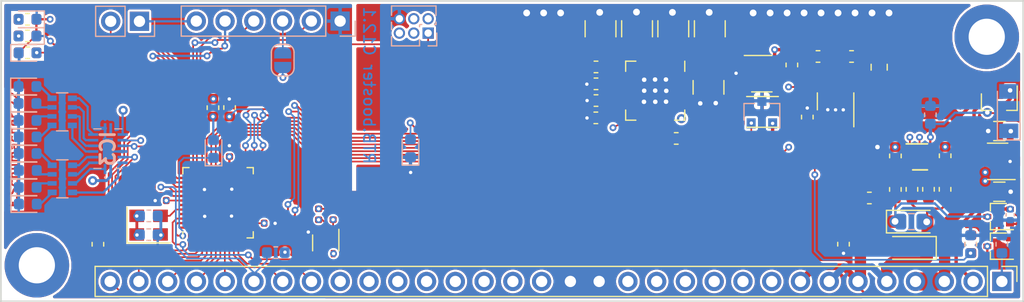
<source format=kicad_pcb>
(kicad_pcb (version 20171130) (host pcbnew "(5.1.12)-1")
  (title_block (title "RTB Bus Module") (date 2023-10-22) (rev 1) (company "Frank Schumacher") (comment 1 Booster))
  (layers (0 F.Cu signal) (1 GND.Cu power hide) (2 VDD.Cu power hide) (31 B.Cu signal hide) (34 B.Paste user hide) (35 F.Paste user hide) (36 B.SilkS user) (37 F.SilkS user) (38 B.Mask user hide) (39 F.Mask user hide) (44 Edge.Cuts user))
  (net 0 "")
  (net 1 /RailcomRX/RX+)
  (net 2 /RailcomRX/RX-)
  (net 3 GNDD)
  (net 4 VREG)
  (net 5 VTRACK)
  (net 6 DCC-A)
  (net 7 "Net-(R3-Pad2)")
  (net 8 "Net-(R4-Pad2)")
  (net 9 VOP-)
  (net 10 VOP+)
  (net 11 OPA+)
  (net 12 DCC-A')
  (net 13 uSENSE)
  (net 14 iSENSE)
  (net 15 tSENSE)
  (net 16 ~RESET)
  (net 17 "Net-(R36-Pad1)")
  (net 18 "Net-(IC3-Pad1)")
  (net 19 "Net-(IC3-Pad2)")
  (net 20 "Net-(IC3-Pad3)")
  (net 21 "Net-(IC3-Pad4)")
  (net 22 "Net-(IC3-Pad5)")
  (net 23 "Net-(IC3-Pad6)")
  (net 24 "Net-(IC3-Pad7)")
  (net 25 "Net-(IC3-Pad15)")
  (net 26 "Net-(R37-Pad2)")
  (net 27 "Net-(D14-Pad2)")
  (net 28 "Net-(D32-Pad2)")
  (net 29 "Net-(D33-Pad2)")
  (net 30 "Net-(D34-Pad2)")
  (net 31 "Net-(D35-Pad2)")
  (net 32 "Net-(D36-Pad2)")
  (net 33 "Net-(D37-Pad2)")
  (net 34 "Net-(D38-Pad2)")
  (net 35 ExtTX)
  (net 36 "Net-(D13-Pad2)")
  (net 37 "Net-(D16-Pad2)")
  (net 38 "Net-(J2-Pad1)")
  (net 39 Vrcm)
  (net 40 "Net-(C2-Pad1)")
  (net 41 EXTCLK)
  (net 42 ExtRX)
  (net 43 INA)
  (net 44 INB)
  (net 45 BUS.dn)
  (net 46 BUS.up)
  (net 47 ~BUS.bso)
  (net 48 ~BUS.rts)
  (net 49 ~BUS.bsi)
  (net 50 OPAt)
  (net 51 OPAi)
  (net 52 SCK0)
  (net 53 SS0)
  (net 54 MOSI0)
  (net 55 UPDI)
  (net 56 LED.hbt)
  (net 57 oSENSE)
  (net 58 Vrail)
  (net 59 3.3V)
  (net 60 "Net-(R19-Pad2)")
  (net 61 "Net-(R15-Pad1)")
  (net 62 "Net-(J2-Pad31)")
  (net 63 LED.reset)
  (net 64 "Net-(J1-Pad6)")
  (net 65 "Net-(J1-Pad3)")
  (net 66 LED.msg)
  (net 67 "Net-(D5-Pad2)")
  (net 68 V24.tx)
  (net 69 V24.rx)
  (net 70 ~V24.rts)
  (net 71 ~V24.cts)
  (net 72 RCM.pol)
  (net 73 RCM.rx)
  (net 74 "Net-(D8-Pad2)")
  (net 75 DCC-B)
  (module Capacitor_SMD:C_0402_1005Metric (layer B.Cu) (at 155.7 44.35 270)
    (fp_text reference C11 hide)
    (fp_text value 100nF)
    (pad 2 smd roundrect (at 0.48 0 270) (size 0.56 0.62) (layers B.Cu B.Paste B.Mask) (net 3 GNDD))
    (pad 1 smd roundrect (at -0.48 0 270) (size 0.56 0.62) (layers B.Cu B.Paste B.Mask) (net 5 VTRACK))
  )
  (module Capacitor_SMD:C_1210_3225Metric (layer F.Cu) (at 122.75 27.9 90)
    (fp_text reference C19 hide)
    (fp_text value 47uF)
    (pad 2 smd roundrect (at 1.475 0 90) (size 1.15 2.7) (layers F.Cu F.Paste F.Mask) (roundrect_rratio 0.2173904347826087) (net 3 GNDD))
    (pad 1 smd roundrect (at -1.475 0 90) (size 1.15 2.7) (layers F.Cu F.Paste F.Mask) (roundrect_rratio 0.2173904347826087) (net 4 VREG))
  )
  (module Capacitor_SMD:C_1210_3225Metric (layer F.Cu) (at 129.175 27.9 90)
    (fp_text reference C8 hide)
    (fp_text value 47uF)
    (pad 2 smd roundrect (at 1.475 0 90) (size 1.15 2.7) (layers F.Cu F.Paste F.Mask) (roundrect_rratio 0.2173904347826087) (net 3 GNDD))
    (pad 1 smd roundrect (at -1.475 0 90) (size 1.15 2.7) (layers F.Cu F.Paste F.Mask) (roundrect_rratio 0.2173904347826087) (net 4 VREG))
  )
  (module Capacitor_SMD:C_1210_3225Metric (layer F.Cu) (at 125.95 27.9 90)
    (fp_text reference C4 hide)
    (fp_text value 47uF)
    (pad 2 smd roundrect (at 1.475 0 90) (size 1.15 2.7) (layers F.Cu F.Paste F.Mask) (roundrect_rratio 0.2173904347826087) (net 3 GNDD))
    (pad 1 smd roundrect (at -1.475 0 90) (size 1.15 2.7) (layers F.Cu F.Paste F.Mask) (roundrect_rratio 0.2173904347826087) (net 4 VREG))
  )
  (module Capacitor_SMD:C_1210_3225Metric (layer F.Cu) (at 119.525 27.9 90)
    (fp_text reference C9 hide)
    (fp_text value 47uF)
    (pad 2 smd roundrect (at 1.475 0 90) (size 1.15 2.7) (layers F.Cu F.Paste F.Mask) (roundrect_rratio 0.2173904347826087) (net 3 GNDD))
    (pad 1 smd roundrect (at -1.475 0 90) (size 1.15 2.7) (layers F.Cu F.Paste F.Mask) (roundrect_rratio 0.2173904347826087) (net 4 VREG))
  )
  (module _Samac:74HC595BQ115 (layer B.Cu) (at 76.0227 38.5033 90)
    (fp_text reference IC3 (at 0 0 90) (layer B.SilkS) (effects (font (size 1.27 1.27) (thickness 0.254)) (justify mirror)))
    (fp_text value 74HC595BQ,115 hide)
    (pad 1 smd rect (at -1.8 -0.25) (size 0.24 0.9) (layers B.Cu B.Paste B.Mask) (net 18 "Net-(IC3-Pad1)"))
    (pad 2 smd rect (at -1.25 -1.3 90) (size 0.24 0.9) (layers B.Cu B.Paste B.Mask) (net 19 "Net-(IC3-Pad2)"))
    (pad 3 smd rect (at -0.75 -1.3 90) (size 0.24 0.9) (layers B.Cu B.Paste B.Mask) (net 20 "Net-(IC3-Pad3)"))
    (pad 4 smd rect (at -0.25 -1.3 90) (size 0.24 0.9) (layers B.Cu B.Paste B.Mask) (net 21 "Net-(IC3-Pad4)"))
    (pad 5 smd rect (at 0.25 -1.3 90) (size 0.24 0.9) (layers B.Cu B.Paste B.Mask) (net 22 "Net-(IC3-Pad5)"))
    (pad 6 smd rect (at 0.75 -1.3 90) (size 0.24 0.9) (layers B.Cu B.Paste B.Mask) (net 23 "Net-(IC3-Pad6)"))
    (pad 7 smd rect (at 1.25 -1.3 90) (size 0.24 0.9) (layers B.Cu B.Paste B.Mask) (net 24 "Net-(IC3-Pad7)"))
    (pad 8 smd rect (at 1.8 -0.25) (size 0.24 0.9) (layers B.Cu B.Paste B.Mask) (net 3 GNDD))
    (pad 9 smd rect (at 1.8 0.25) (size 0.24 0.9) (layers B.Cu B.Paste B.Mask))
    (pad 10 smd rect (at 1.25 1.3 90) (size 0.24 0.9) (layers B.Cu B.Paste B.Mask) (net 59 3.3V))
    (pad 11 smd rect (at 0.75 1.3 90) (size 0.24 0.9) (layers B.Cu B.Paste B.Mask) (net 52 SCK0))
    (pad 12 smd rect (at 0.25 1.3 90) (size 0.24 0.9) (layers B.Cu B.Paste B.Mask) (net 53 SS0))
    (pad 13 smd rect (at -0.25 1.3 90) (size 0.24 0.9) (layers B.Cu B.Paste B.Mask) (net 3 GNDD))
    (pad 14 smd rect (at -0.75 1.3 90) (size 0.24 0.9) (layers B.Cu B.Paste B.Mask) (net 54 MOSI0))
    (pad 15 smd rect (at -1.25 1.3 90) (size 0.24 0.9) (layers B.Cu B.Paste B.Mask) (net 25 "Net-(IC3-Pad15)"))
    (pad 16 smd rect (at -1.8 0.25) (size 0.24 0.9) (layers B.Cu B.Paste B.Mask) (net 59 3.3V))
    (pad 17 smd rect (at 0 0) (size 0.9 1.9) (layers B.Cu B.Paste B.Mask) (net 3 GNDD))
  )
  (module Package_DFN_QFN:QFN-48-1EP_6x6mm_P0.4mm_EP4.2x4.2mm (layer F.Cu) (at 85.75 43.29 90)
    (fp_text reference U6 hide)
    (fp_text value AVR64DA48)
    (pad 48 smd roundrect (at -2.2 -2.95 90) (size 0.2 0.85) (layers F.Cu F.Paste F.Mask) (net 54 MOSI0))
    (pad 47 smd roundrect (at -1.8 -2.95 90) (size 0.2 0.85) (layers F.Cu F.Paste F.Mask) (net 56 LED.hbt))
    (pad 46 smd roundrect (at -1.4 -2.95 90) (size 0.2 0.85) (layers F.Cu F.Paste F.Mask) (net 73 RCM.rx))
    (pad 45 smd roundrect (at -1 -2.95 90) (size 0.2 0.85) (layers F.Cu F.Paste F.Mask) (net 73 RCM.rx))
    (pad 44 smd roundrect (at -0.6 -2.95 90) (size 0.2 0.85) (layers F.Cu F.Paste F.Mask) (net 41 EXTCLK))
    (pad 43 smd roundrect (at -0.2 -2.95 90) (size 0.2 0.85) (layers F.Cu F.Paste F.Mask) (net 3 GNDD))
    (pad 42 smd roundrect (at 0.2 -2.95 90) (size 0.2 0.85) (layers F.Cu F.Paste F.Mask) (net 59 3.3V))
    (pad 41 smd roundrect (at 0.6 -2.95 90) (size 0.2 0.85) (layers F.Cu F.Paste F.Mask) (net 55 UPDI))
    (pad 40 smd roundrect (at 1 -2.95 90) (size 0.2 0.85) (layers F.Cu F.Paste F.Mask) (net 16 ~RESET))
    (pad 39 smd roundrect (at 1.4 -2.95 90) (size 0.2 0.85) (layers F.Cu F.Paste F.Mask) (net 63 LED.reset))
    (pad 38 smd roundrect (at 1.8 -2.95 90) (size 0.2 0.85) (layers F.Cu F.Paste F.Mask) (net 66 LED.msg))
    (pad 37 smd roundrect (at 2.2 -2.95 90) (size 0.2 0.85) (layers F.Cu F.Paste F.Mask) (net 71 ~V24.cts))
    (pad 36 smd roundrect (at 2.95 -2.2 90) (size 0.85 0.2) (layers F.Cu F.Paste F.Mask) (net 70 ~V24.rts))
    (pad 35 smd roundrect (at 2.95 -1.8 90) (size 0.85 0.2) (layers F.Cu F.Paste F.Mask) (net 69 V24.rx))
    (pad 34 smd roundrect (at 2.95 -1.4 90) (size 0.85 0.2) (layers F.Cu F.Paste F.Mask) (net 68 V24.tx))
    (pad 33 smd roundrect (at 2.95 -1 90) (size 0.85 0.2) (layers F.Cu F.Paste F.Mask) (net 57 oSENSE))
    (pad 32 smd roundrect (at 2.95 -0.6 90) (size 0.85 0.2) (layers F.Cu F.Paste F.Mask) (net 44 INB))
    (pad 31 smd roundrect (at 2.95 -0.2 90) (size 0.85 0.2) (layers F.Cu F.Paste F.Mask) (net 43 INA))
    (pad 30 smd roundrect (at 2.95 0.2 90) (size 0.85 0.2) (layers F.Cu F.Paste F.Mask))
    (pad 29 smd roundrect (at 2.95 0.6 90) (size 0.85 0.2) (layers F.Cu F.Paste F.Mask) (net 3 GNDD))
    (pad 28 smd roundrect (at 2.95 1 90) (size 0.85 0.2) (layers F.Cu F.Paste F.Mask) (net 59 3.3V))
    (pad 27 smd roundrect (at 2.95 1.4 90) (size 0.85 0.2) (layers F.Cu F.Paste F.Mask) (net 13 uSENSE))
    (pad 26 smd roundrect (at 2.95 1.8 90) (size 0.85 0.2) (layers F.Cu F.Paste F.Mask) (net 11 OPA+))
    (pad 25 smd roundrect (at 2.95 2.2 90) (size 0.85 0.2) (layers F.Cu F.Paste F.Mask) (net 14 iSENSE))
    (pad 24 smd roundrect (at 2.2 2.95 90) (size 0.2 0.85) (layers F.Cu F.Paste F.Mask) (net 15 tSENSE))
    (pad 23 smd roundrect (at 1.8 2.95 90) (size 0.2 0.85) (layers F.Cu F.Paste F.Mask))
    (pad 22 smd roundrect (at 1.4 2.95 90) (size 0.2 0.85) (layers F.Cu F.Paste F.Mask))
    (pad 21 smd roundrect (at 1 2.95 90) (size 0.2 0.85) (layers F.Cu F.Paste F.Mask))
    (pad 20 smd roundrect (at 0.6 2.95 90) (size 0.2 0.85) (layers F.Cu F.Paste F.Mask))
    (pad 19 smd roundrect (at 0.2 2.95 90) (size 0.2 0.85) (layers F.Cu F.Paste F.Mask))
    (pad 18 smd roundrect (at -0.2 2.95 90) (size 0.2 0.85) (layers F.Cu F.Paste F.Mask))
    (pad 17 smd roundrect (at -0.6 2.95 90) (size 0.2 0.85) (layers F.Cu F.Paste F.Mask))
    (pad 16 smd roundrect (at -1 2.95 90) (size 0.2 0.85) (layers F.Cu F.Paste F.Mask))
    (pad 15 smd roundrect (at -1.4 2.95 90) (size 0.2 0.85) (layers F.Cu F.Paste F.Mask) (net 3 GNDD))
    (pad 14 smd roundrect (at -1.8 2.95 90) (size 0.2 0.85) (layers F.Cu F.Paste F.Mask) (net 59 3.3V))
    (pad 13 smd roundrect (at -2.2 2.95 90) (size 0.2 0.85) (layers F.Cu F.Paste F.Mask) (net 50 OPAt))
    (pad 12 smd roundrect (at -2.95 2.2 90) (size 0.85 0.2) (layers F.Cu F.Paste F.Mask) (net 51 OPAi))
    (pad 11 smd roundrect (at -2.95 1.8 90) (size 0.85 0.2) (layers F.Cu F.Paste F.Mask) (net 42 ExtRX))
    (pad 10 smd roundrect (at -2.95 1.4 90) (size 0.85 0.2) (layers F.Cu F.Paste F.Mask) (net 35 ExtTX))
    (pad 9 smd roundrect (at -2.95 1 90) (size 0.85 0.2) (layers F.Cu F.Paste F.Mask) (net 72 RCM.pol))
    (pad 8 smd roundrect (at -2.95 0.6 90) (size 0.85 0.2) (layers F.Cu F.Paste F.Mask) (net 49 ~BUS.bsi))
    (pad 7 smd roundrect (at -2.95 0.2 90) (size 0.85 0.2) (layers F.Cu F.Paste F.Mask) (net 48 ~BUS.rts))
    (pad 6 smd roundrect (at -2.95 -0.2 90) (size 0.85 0.2) (layers F.Cu F.Paste F.Mask) (net 47 ~BUS.bso))
    (pad 5 smd roundrect (at -2.95 -0.6 90) (size 0.85 0.2) (layers F.Cu F.Paste F.Mask) (net 45 BUS.dn))
    (pad 4 smd roundrect (at -2.95 -1 90) (size 0.85 0.2) (layers F.Cu F.Paste F.Mask) (net 46 BUS.up))
    (pad 3 smd roundrect (at -2.95 -1.4 90) (size 0.85 0.2) (layers F.Cu F.Paste F.Mask) (net 53 SS0))
    (pad 2 smd roundrect (at -2.95 -1.8 90) (size 0.85 0.2) (layers F.Cu F.Paste F.Mask) (net 52 SCK0))
    (pad 1 smd roundrect (at -2.95 -2.2 90) (size 0.85 0.2) (layers F.Cu F.Paste F.Mask))
    (pad 49 smd roundrect (at 0 0 90) (size 4.2 4.2) (layers F.Cu F.Mask) (roundrect_rratio 0.05952380952380952) (net 3 GNDD))
  )
  (module Resistor_SMD:R_2010_5025Metric (layer F.Cu) (at 133.82752 35.2534)
    (fp_text reference R17 hide)
    (fp_text value 0.05)
    (pad 2 smd roundrect (at 2.25 0) (size 1.35 2.65) (layers F.Cu F.Paste F.Mask) (roundrect_rratio 0.1851844444444445) (net 9 VOP-))
    (pad 1 smd roundrect (at -2.25 0) (size 1.35 2.65) (layers F.Cu F.Paste F.Mask) (roundrect_rratio 0.1851844444444445) (net 10 VOP+))
  )
  (module Resistor_SMD:R_0805_2012Metric (layer F.Cu) (at 144.13 31.3 270)
    (fp_text reference R31 hide)
    (fp_text value 10k)
    (pad 2 smd roundrect (at 0.9375 0 270) (size 0.975 1.4) (layers F.Cu F.Paste F.Mask) (net 12 DCC-A'))
    (pad 1 smd roundrect (at -0.9375 0 270) (size 0.975 1.4) (layers F.Cu F.Paste F.Mask) (net 9 VOP-))
  )
  (module Resistor_SMD:R_0603_1608Metric (layer F.Cu) (at 119.125 31.275 180)
    (fp_text reference R39 hide)
    (fp_text value 100k)
    (pad 2 smd roundrect (at 0.7875 0 180) (size 0.875 0.95) (layers F.Cu F.Paste F.Mask) (net 74 "Net-(D8-Pad2)"))
    (pad 1 smd roundrect (at -0.7875 0 180) (size 0.875 0.95) (layers F.Cu F.Paste F.Mask) (net 4 VREG))
  )
  (module LED_SMD:LED_0603_1608Metric (layer B.Cu) (at 102.743 38.47338 90)
    (fp_text reference D8 hide)
    (fp_text value LED)
    (pad 2 smd roundrect (at 0.7875 0 90) (size 0.875 0.95) (layers B.Cu B.Paste B.Mask) (net 74 "Net-(D8-Pad2)"))
    (pad 1 smd roundrect (at -0.7875 0 90) (size 0.875 0.95) (layers B.Cu B.Paste B.Mask) (net 3 GNDD))
  )
  (module Oscillator:Oscillator_SMD_Abracon_ASE-4Pin_3.2x2.5mm (layer F.Cu) (at 79.62 45.27)
    (fp_text reference X1 hide)
    (fp_text value ASE-24MHz)
    (pad 4 smd rect (at -1.05 -0.825) (size 1.3 1.1) (layers F.Cu F.Paste F.Mask) (net 59 3.3V))
    (pad 3 smd rect (at 1.05 -0.825) (size 1.3 1.1) (layers F.Cu F.Paste F.Mask) (net 41 EXTCLK))
    (pad 2 smd rect (at 1.05 0.825) (size 1.3 1.1) (layers F.Cu F.Paste F.Mask) (net 3 GNDD))
    (pad 1 smd rect (at -1.05 0.825) (size 1.3 1.1) (layers F.Cu F.Paste F.Mask) (net 59 3.3V))
  )
  (module Resistor_SMD:R_0603_1608Metric (layer F.Cu) (at 126.21 37.6)
    (fp_text reference R37 hide)
    (fp_text value 22k)
    (pad 2 smd roundrect (at 0.7875 0) (size 0.875 0.95) (layers F.Cu F.Paste F.Mask) (net 26 "Net-(R37-Pad2)"))
    (pad 1 smd roundrect (at -0.7875 0) (size 0.875 0.95) (layers F.Cu F.Paste F.Mask) (net 15 tSENSE))
  )
  (module Resistor_SMD:R_0603_1608Metric (layer F.Cu) (at 86.77 34.87 270)
    (fp_text reference R38 hide)
    (fp_text value 22k)
    (pad 2 smd roundrect (at 0.7875 0 270) (size 0.875 0.95) (layers F.Cu F.Paste F.Mask) (net 15 tSENSE))
    (pad 1 smd roundrect (at -0.7875 0 270) (size 0.875 0.95) (layers F.Cu F.Paste F.Mask) (net 3 GNDD))
  )
  (module Resistor_SMD:R_0603_1608Metric (layer F.Cu) (at 85.3 34.88 270)
    (fp_text reference R25 hide)
    (fp_text value 47k)
    (pad 2 smd roundrect (at 0.7875 0 270) (size 0.875 0.95) (layers F.Cu F.Paste F.Mask) (net 67 "Net-(D5-Pad2)"))
    (pad 1 smd roundrect (at -0.7875 0 270) (size 0.875 0.95) (layers F.Cu F.Paste F.Mask) (net 59 3.3V))
  )
  (module LED_SMD:LED_0603_1608Metric (layer B.Cu) (at 85.35 38.53 90)
    (fp_text reference D5 hide)
    (fp_text value "Hbt(grn)")
    (pad 2 smd roundrect (at 0.7875 0 90) (size 0.875 0.95) (layers B.Cu B.Paste B.Mask) (net 67 "Net-(D5-Pad2)"))
    (pad 1 smd roundrect (at -0.7875 0 90) (size 0.875 0.95) (layers B.Cu B.Paste B.Mask) (net 56 LED.hbt))
  )
  (module Jumper:SolderJumper-2_P1.3mm_Open_RoundedPad1.0x1.5mm (layer B.Cu) (at 91.46 30.68 90)
    (fp_text reference JP2 hide)
    (fp_text value SolderJumper_2_Open)
    (pad 2 smd custom (at 0.65 0 90) (size 1 0.5) (layers B.Cu B.Mask) (net 65 "Net-(J1-Pad3)") (options (clearance outline) (anchor rect)) (primitives (gr_circle (center 0 -0.25) (end 0.5 -0.25) (width 0)) (gr_circle (center 0 0.25) (end 0.5 0.25) (width 0)) (gr_poly (pts (xy 0 0.75) (xy -0.5 0.75) (xy -0.5 -0.75) (xy 0 -0.75)) (width 0))))
    (pad 1 smd custom (at -0.65 0 90) (size 1 0.5) (layers B.Cu B.Mask) (net 59 3.3V) (options (clearance outline) (anchor rect)) (primitives (gr_circle (center 0 -0.25) (end 0.5 -0.25) (width 0)) (gr_circle (center 0 0.25) (end 0.5 0.25) (width 0)) (gr_poly (pts (xy 0 0.75) (xy 0.5 0.75) (xy 0.5 -0.75) (xy 0 -0.75)) (width 0))))
  )
  (module Connector_PinHeader_2.54mm:PinHeader_1x02_P2.54mm_Vertical (layer B.Cu) (at 78.81 27.24 90)
    (fp_text reference JP1 hide)
    (fp_text value Jumper_2_Open)
    (pad 2 thru_hole oval (at 0 -2.54 90) (size 1.7 1.7) (drill 1) (layers *.Cu *.Mask) (net 71 ~V24.cts))
    (pad 1 thru_hole rect (at 0 0 90) (size 1.7 1.7) (drill 1) (layers *.Cu *.Mask) (net 64 "Net-(J1-Pad6)"))
  )
  (module Resistor_SMD:R_0603_1608Metric (layer F.Cu) (at 75.14 46.96 270)
    (fp_text reference R20 hide)
    (fp_text value 100)
    (pad 2 smd roundrect (at 0.7875 0 270) (size 0.875 0.95) (layers F.Cu F.Paste F.Mask) (net 62 "Net-(J2-Pad31)"))
    (pad 1 smd roundrect (at -0.7875 0 270) (size 0.875 0.95) (layers F.Cu F.Paste F.Mask) (net 46 BUS.up))
  )
  (module Resistor_SMD:R_0603_1608Metric (layer F.Cu) (at 119.12524 34.24884 180)
    (fp_text reference R16 hide)
    (fp_text value 10k)
    (pad 2 smd roundrect (at 0.7875 0 180) (size 0.875 0.95) (layers F.Cu F.Paste F.Mask) (net 3 GNDD))
    (pad 1 smd roundrect (at -0.7875 0 180) (size 0.875 0.95) (layers F.Cu F.Paste F.Mask) (net 61 "Net-(R15-Pad1)"))
  )
  (module Resistor_SMD:R_0603_1608Metric (layer F.Cu) (at 119.12524 32.76884 180)
    (fp_text reference R15 hide)
    (fp_text value 10k)
    (pad 2 smd roundrect (at 0.7875 0 180) (size 0.875 0.95) (layers F.Cu F.Paste F.Mask) (net 3 GNDD))
    (pad 1 smd roundrect (at -0.7875 0 180) (size 0.875 0.95) (layers F.Cu F.Paste F.Mask) (net 61 "Net-(R15-Pad1)"))
  )
  (module Resistor_SMD:R_0402_1005Metric (layer F.Cu) (at 95.91 44.3 270)
    (fp_text reference R19 hide)
    (fp_text value 3.3k)
    (pad 2 smd roundrect (at 0.485 0 270) (size 0.59 0.64) (layers F.Cu F.Paste F.Mask) (net 60 "Net-(R19-Pad2)"))
    (pad 1 smd roundrect (at -0.485 0 270) (size 0.59 0.64) (layers F.Cu F.Paste F.Mask) (net 59 3.3V))
  )
  (module Resistor_SMD:R_0402_1005Metric (layer F.Cu) (at 94.63 44.31 270)
    (fp_text reference R1 hide)
    (fp_text value 3.3k)
    (pad 2 smd roundrect (at 0.485 0 270) (size 0.59 0.64) (layers F.Cu F.Paste F.Mask) (net 72 RCM.pol))
    (pad 1 smd roundrect (at -0.485 0 270) (size 0.59 0.64) (layers F.Cu F.Paste F.Mask) (net 59 3.3V))
  )
  (module Package_TO_SOT_SMD:SOT-353_SC-70-5 (layer F.Cu) (at 95.26 46.84 270)
    (fp_text reference U1 hide)
    (fp_text value 74AHC1G08)
    (pad 5 smd rect (at 0.95 -0.65 270) (size 0.65 0.4) (layers F.Cu F.Paste F.Mask) (net 59 3.3V))
    (pad 4 smd rect (at 0.95 0.65 270) (size 0.65 0.4) (layers F.Cu F.Paste F.Mask) (net 73 RCM.rx))
    (pad 2 smd rect (at -0.95 0 270) (size 0.65 0.4) (layers F.Cu F.Paste F.Mask) (net 72 RCM.pol))
    (pad 3 smd rect (at -0.95 0.65 270) (size 0.65 0.4) (layers F.Cu F.Paste F.Mask) (net 3 GNDD))
    (pad 1 smd rect (at -0.95 -0.65 270) (size 0.65 0.4) (layers F.Cu F.Paste F.Mask) (net 60 "Net-(R19-Pad2)"))
  )
  (module Capacitor_SMD:C_0603_1608Metric (layer B.Cu) (at 79.63 46.11)
    (fp_text reference C7 hide)
    (fp_text value 2.2u)
    (pad 2 smd roundrect (at 0.7875 0) (size 0.875 0.95) (layers B.Cu B.Paste B.Mask) (net 3 GNDD))
    (pad 1 smd roundrect (at -0.7875 0) (size 0.875 0.95) (layers B.Cu B.Paste B.Mask) (net 59 3.3V))
  )
  (module Capacitor_SMD:C_0603_1608Metric (layer B.Cu) (at 79.64 44.45)
    (fp_text reference C6 hide)
    (fp_text value 100n)
    (pad 2 smd roundrect (at 0.7875 0) (size 0.875 0.95) (layers B.Cu B.Paste B.Mask) (net 3 GNDD))
    (pad 1 smd roundrect (at -0.7875 0) (size 0.875 0.95) (layers B.Cu B.Paste B.Mask) (net 59 3.3V))
  )
  (module Connector_PinHeader_2.54mm:PinHeader_1x06_P2.54mm_Vertical (layer B.Cu) (at 96.53 27.22 90)
    (fp_text reference J1 hide)
    (fp_text value Conn_01x06)
    (pad 6 thru_hole oval (at 0 -12.7 90) (size 1.7 1.7) (drill 1) (layers *.Cu *.Mask) (net 64 "Net-(J1-Pad6)"))
    (pad 5 thru_hole oval (at 0 -10.16 90) (size 1.7 1.7) (drill 1) (layers *.Cu *.Mask) (net 68 V24.tx))
    (pad 4 thru_hole oval (at 0 -7.62 90) (size 1.7 1.7) (drill 1) (layers *.Cu *.Mask) (net 69 V24.rx))
    (pad 3 thru_hole oval (at 0 -5.08 90) (size 1.7 1.7) (drill 1) (layers *.Cu *.Mask) (net 65 "Net-(J1-Pad3)"))
    (pad 2 thru_hole oval (at 0 -2.54 90) (size 1.7 1.7) (drill 1) (layers *.Cu *.Mask) (net 70 ~V24.rts))
    (pad 1 thru_hole rect (at 0 0 90) (size 1.7 1.7) (drill 1) (layers *.Cu *.Mask) (net 3 GNDD))
  )
  (module Capacitor_SMD:C_0402_1005Metric (layer F.Cu) (at 86.76 38.72 90)
    (fp_text reference C14 hide)
    (fp_text value 100n)
    (pad 2 smd roundrect (at 0.485 0 90) (size 0.59 0.64) (layers F.Cu F.Paste F.Mask) (net 3 GNDD))
    (pad 1 smd roundrect (at -0.485 0 90) (size 0.59 0.64) (layers F.Cu F.Paste F.Mask) (net 59 3.3V))
  )
  (module Connector_PinHeader_1.27mm:PinHeader_2x03_P1.27mm_Vertical (layer B.Cu) (at 104.30256 28.2829 90)
    (fp_text reference J3 hide)
    (fp_text value Conn_01x06)
    (pad 6 thru_hole oval (at 1.27 -2.54 90) (size 1 1) (drill 0.65) (layers *.Cu *.Mask) (net 3 GNDD))
    (pad 5 thru_hole oval (at 0 -2.54 90) (size 1 1) (drill 0.65) (layers *.Cu *.Mask))
    (pad 4 thru_hole oval (at 1.27 -1.27 90) (size 1 1) (drill 0.65) (layers *.Cu *.Mask))
    (pad 3 thru_hole oval (at 0 -1.27 90) (size 1 1) (drill 0.65) (layers *.Cu *.Mask))
    (pad 2 thru_hole oval (at 1.27 0 90) (size 1 1) (drill 0.65) (layers *.Cu *.Mask) (net 59 3.3V))
    (pad 1 thru_hole rect (at 0 0 90) (size 1 1) (drill 0.65) (layers *.Cu *.Mask) (net 55 UPDI))
  )
  (module Capacitor_SMD:C_0402_1005Metric (layer F.Cu) (at 80.69 43.09 180)
    (fp_text reference C10 hide)
    (fp_text value 100n)
    (pad 2 smd roundrect (at 0.485 0 180) (size 0.59 0.64) (layers F.Cu F.Paste F.Mask) (net 3 GNDD))
    (pad 1 smd roundrect (at -0.485 0 180) (size 0.59 0.64) (layers F.Cu F.Paste F.Mask) (net 59 3.3V))
  )
  (module Capacitor_SMD:C_0402_1005Metric (layer F.Cu) (at 90.31 45.1)
    (fp_text reference C15 hide)
    (fp_text value 100n)
    (pad 2 smd roundrect (at 0.485 0) (size 0.59 0.64) (layers F.Cu F.Paste F.Mask) (net 3 GNDD))
    (pad 1 smd roundrect (at -0.485 0) (size 0.59 0.64) (layers F.Cu F.Paste F.Mask) (net 59 3.3V))
  )
  (module Diode_SMD:D_MiniMELF (layer B.Cu) (at 155.57 35.19 90)
    (fp_text reference D17 hide)
    (fp_text value D_Schottky_Small)
    (pad 2 smd rect (at 1.75 0 90) (size 1.3 1.7) (layers B.Cu B.Paste B.Mask) (net 58 Vrail))
    (pad 1 smd rect (at -1.75 0 90) (size 1.3 1.7) (layers B.Cu B.Paste B.Mask) (net 40 "Net-(C2-Pad1)"))
  )
  (module Capacitor_SMD:C_0603_1608Metric (layer B.Cu) (at 148.65 35.51 270)
    (fp_text reference C5 hide)
    (fp_text value 1u)
    (pad 2 smd roundrect (at 0.7875 0 270) (size 0.875 0.95) (layers B.Cu B.Paste B.Mask) (net 39 Vrcm))
    (pad 1 smd roundrect (at -0.7875 0 270) (size 0.875 0.95) (layers B.Cu B.Paste B.Mask) (net 3 GNDD))
  )
  (module Inductor_SMD:L_0603_1608Metric (layer F.Cu) (at 140.98016 46.95444 90)
    (fp_text reference R35 hide)
    (fp_text value 10k)
    (pad 2 smd roundrect (at 0.7875 0 90) (size 0.875 0.95) (layers F.Cu F.Paste F.Mask) (net 75 DCC-B))
    (pad 1 smd roundrect (at -0.7875 0 90) (size 0.875 0.95) (layers F.Cu F.Paste F.Mask) (net 3 GNDD))
  )
  (module Resistor_SMD:R_0603_1608Metric (layer F.Cu) (at 68.93 30.02)
    (fp_text reference R30 hide)
    (fp_text value 6.8k)
    (pad 2 smd roundrect (at 0.7875 0) (size 0.875 0.95) (layers F.Cu F.Paste F.Mask) (net 63 LED.reset))
    (pad 1 smd roundrect (at -0.7875 0) (size 0.875 0.95) (layers F.Cu F.Paste F.Mask) (net 59 3.3V))
  )
  (module Resistor_SMD:R_0603_1608Metric (layer B.Cu) (at 90.85 47.7)
    (fp_text reference R29 hide)
    (fp_text value 4.7k)
    (pad 2 smd roundrect (at 0.7875 0) (size 0.875 0.95) (layers B.Cu B.Paste B.Mask) (net 59 3.3V))
    (pad 1 smd roundrect (at -0.7875 0) (size 0.875 0.95) (layers B.Cu B.Paste B.Mask) (net 16 ~RESET))
  )
  (module LED_SMD:LED_0603_1608Metric (layer B.Cu) (at 68.93 27.06 180)
    (fp_text reference D16 hide)
    (fp_text value LED)
    (pad 2 smd roundrect (at 0.7875 0 180) (size 0.875 0.95) (layers B.Cu B.Paste B.Mask) (net 37 "Net-(D16-Pad2)"))
    (pad 1 smd roundrect (at -0.7875 0 180) (size 0.875 0.95) (layers B.Cu B.Paste B.Mask) (net 3 GNDD))
  )
  (module LED_SMD:LED_0603_1608Metric (layer B.Cu) (at 68.92 28.54 180)
    (fp_text reference D13 hide)
    (fp_text value "Msg(blu)")
    (pad 2 smd roundrect (at 0.7875 0 180) (size 0.875 0.95) (layers B.Cu B.Paste B.Mask) (net 36 "Net-(D13-Pad2)"))
    (pad 1 smd roundrect (at -0.7875 0 180) (size 0.875 0.95) (layers B.Cu B.Paste B.Mask) (net 66 LED.msg))
  )
  (module LED_SMD:LED_0603_1608Metric (layer B.Cu) (at 68.93 30.03)
    (fp_text reference D12 hide)
    (fp_text value "Reset(red)")
    (pad 2 smd roundrect (at 0.7875 0) (size 0.875 0.95) (layers B.Cu B.Paste B.Mask) (net 63 LED.reset))
    (pad 1 smd roundrect (at -0.7875 0) (size 0.875 0.95) (layers B.Cu B.Paste B.Mask) (net 3 GNDD))
  )
  (module Heatsink:Heatsink_AAVID_573300D00010G_TO-263 (layer B.Cu) (at 133.58622 17.76984)
    (fp_text reference HS1 hide)
    (fp_text value Heatsink)
    (pad 1 smd rect (at -6.92 0) (size 1.85 13.7) (layers B.Cu B.Paste B.Mask))
    (pad 1 smd rect (at 6.92 0) (size 1.85 13.7) (layers B.Cu B.Paste B.Mask))
  )
  (module Resistor_SMD:R_0603_1608Metric (layer F.Cu) (at 141.69 30.35 180)
    (fp_text reference R27 hide)
    (fp_text value 220k)
    (pad 2 smd roundrect (at 0.7875 0 180) (size 0.875 0.95) (layers F.Cu F.Paste F.Mask) (net 57 oSENSE))
    (pad 1 smd roundrect (at -0.7875 0 180) (size 0.875 0.95) (layers F.Cu F.Paste F.Mask) (net 9 VOP-))
  )
  (module Resistor_SMD:R_0603_1608Metric (layer F.Cu) (at 138.73 30.35 180)
    (fp_text reference R23 hide)
    (fp_text value 9.1k)
    (pad 2 smd roundrect (at 0.7875 0 180) (size 0.875 0.95) (layers F.Cu F.Paste F.Mask) (net 3 GNDD))
    (pad 1 smd roundrect (at -0.7875 0 180) (size 0.875 0.95) (layers F.Cu F.Paste F.Mask) (net 57 oSENSE))
  )
  (module Resistor_SMD:R_0603_1608Metric (layer B.Cu) (at 154.96 46.96 270)
    (fp_text reference R22 hide)
    (fp_text value 100k)
    (pad 2 smd roundrect (at 0.7875 0 270) (size 0.875 0.95) (layers B.Cu B.Paste B.Mask) (net 38 "Net-(J2-Pad1)"))
    (pad 1 smd roundrect (at -0.7875 0 270) (size 0.875 0.95) (layers B.Cu B.Paste B.Mask) (net 3 GNDD))
  )
  (module Resistor_SMD:R_0603_1608Metric (layer F.Cu) (at 68.922 27.06072 180)
    (fp_text reference R28 hide)
    (fp_text value 100k)
    (pad 2 smd roundrect (at 0.7875 0 180) (size 0.875 0.95) (layers F.Cu F.Paste F.Mask) (net 37 "Net-(D16-Pad2)"))
    (pad 1 smd roundrect (at -0.7875 0 180) (size 0.875 0.95) (layers F.Cu F.Paste F.Mask) (net 59 3.3V))
  )
  (module Resistor_SMD:R_0603_1608Metric (layer F.Cu) (at 68.92 28.53 180)
    (fp_text reference R24 hide)
    (fp_text value 2.2k)
    (pad 2 smd roundrect (at 0.7875 0 180) (size 0.875 0.95) (layers F.Cu F.Paste F.Mask) (net 36 "Net-(D13-Pad2)"))
    (pad 1 smd roundrect (at -0.7875 0 180) (size 0.875 0.95) (layers F.Cu F.Paste F.Mask) (net 59 3.3V))
  )
  (module MountingHole:MountingHole_3.2mm_M3_ISO7380_Pad (layer F.Cu) (at 153.63 28.61)
    (fp_text reference H3 hide)
    (fp_text value MountingHole)
    (pad 1 thru_hole circle (at 0 0) (size 5.7 5.7) (drill 3.2) (layers *.Cu *.Mask))
  )
  (module MountingHole:MountingHole_3.2mm_M3_ISO7380_Pad (layer F.Cu) (at 69.75 48.82)
    (fp_text reference H1 hide)
    (fp_text value MountingHole)
    (pad 1 thru_hole circle (at 0 0) (size 5.7 5.7) (drill 3.2) (layers *.Cu *.Mask))
  )
  (module Capacitor_SMD:C_0603_1608Metric (layer F.Cu) (at 136.42 31.1 270)
    (fp_text reference C20 hide)
    (fp_text value 100n)
    (pad 2 smd roundrect (at 0.7875 0 270) (size 0.875 0.95) (layers F.Cu F.Paste F.Mask) (net 3 GNDD))
    (pad 1 smd roundrect (at -0.7875 0 270) (size 0.875 0.95) (layers F.Cu F.Paste F.Mask) (net 59 3.3V))
  )
  (module Connector_PinHeader_2.54mm:PinHeader_1x32_P2.54mm_Vertical (layer F.Cu) (at 154.96286 50.24882 270)
    (fp_text reference J2 hide)
    (fp_text value "Slot Connector")
    (pad 32 thru_hole oval (at 0 78.74 270) (size 1.7 1.7) (drill 1) (layers *.Cu *.Mask) (net 45 BUS.dn))
    (pad 31 thru_hole oval (at 0 76.2 270) (size 1.7 1.7) (drill 1) (layers *.Cu *.Mask) (net 62 "Net-(J2-Pad31)"))
    (pad 30 thru_hole oval (at 0 73.66 270) (size 1.7 1.7) (drill 1) (layers *.Cu *.Mask) (net 47 ~BUS.bso))
    (pad 29 thru_hole oval (at 0 71.12 270) (size 1.7 1.7) (drill 1) (layers *.Cu *.Mask) (net 48 ~BUS.rts))
    (pad 28 thru_hole oval (at 0 68.58 270) (size 1.7 1.7) (drill 1) (layers *.Cu *.Mask) (net 49 ~BUS.bsi))
    (pad 27 thru_hole oval (at 0 66.04 270) (size 1.7 1.7) (drill 1) (layers *.Cu *.Mask) (net 16 ~RESET))
    (pad 26 thru_hole oval (at 0 63.5 270) (size 1.7 1.7) (drill 1) (layers *.Cu *.Mask) (net 35 ExtTX))
    (pad 25 thru_hole oval (at 0 60.96 270) (size 1.7 1.7) (drill 1) (layers *.Cu *.Mask) (net 42 ExtRX))
    (pad 24 thru_hole oval (at 0 58.42 270) (size 1.7 1.7) (drill 1) (layers *.Cu *.Mask))
    (pad 23 thru_hole oval (at 0 55.88 270) (size 1.7 1.7) (drill 1) (layers *.Cu *.Mask))
    (pad 22 thru_hole oval (at 0 53.34 270) (size 1.7 1.7) (drill 1) (layers *.Cu *.Mask))
    (pad 21 thru_hole oval (at 0 50.8 270) (size 1.7 1.7) (drill 1) (layers *.Cu *.Mask))
    (pad 20 thru_hole oval (at 0 48.26 270) (size 1.7 1.7) (drill 1) (layers *.Cu *.Mask))
    (pad 19 thru_hole oval (at 0 45.72 270) (size 1.7 1.7) (drill 1) (layers *.Cu *.Mask))
    (pad 18 thru_hole oval (at 0 43.18 270) (size 1.7 1.7) (drill 1) (layers *.Cu *.Mask))
    (pad 17 thru_hole oval (at 0 40.64 270) (size 1.7 1.7) (drill 1) (layers *.Cu *.Mask))
    (pad 16 thru_hole oval (at 0 38.1 270) (size 1.7 1.7) (drill 1) (layers *.Cu *.Mask) (net 3 GNDD))
    (pad 15 thru_hole oval (at 0 35.56 270) (size 1.7 1.7) (drill 1) (layers *.Cu *.Mask) (net 3 GNDD))
    (pad 14 thru_hole oval (at 0 33.02 270) (size 1.7 1.7) (drill 1) (layers *.Cu *.Mask))
    (pad 13 thru_hole oval (at 0 30.48 270) (size 1.7 1.7) (drill 1) (layers *.Cu *.Mask))
    (pad 12 thru_hole oval (at 0 27.94 270) (size 1.7 1.7) (drill 1) (layers *.Cu *.Mask))
    (pad 11 thru_hole oval (at 0 25.4 270) (size 1.7 1.7) (drill 1) (layers *.Cu *.Mask))
    (pad 10 thru_hole oval (at 0 22.86 270) (size 1.7 1.7) (drill 1) (layers *.Cu *.Mask))
    (pad 9 thru_hole oval (at 0 20.32 270) (size 1.7 1.7) (drill 1) (layers *.Cu *.Mask))
    (pad 8 thru_hole oval (at 0 17.78 270) (size 1.7 1.7) (drill 1) (layers *.Cu *.Mask) (net 75 DCC-B))
    (pad 7 thru_hole oval (at 0 15.24 270) (size 1.7 1.7) (drill 1) (layers *.Cu *.Mask) (net 6 DCC-A))
    (pad 6 thru_hole oval (at 0 12.7 270) (size 1.7 1.7) (drill 1) (layers *.Cu *.Mask) (net 75 DCC-B))
    (pad 5 thru_hole oval (at 0 10.16 270) (size 1.7 1.7) (drill 1) (layers *.Cu *.Mask) (net 6 DCC-A))
    (pad 4 thru_hole oval (at 0 7.62 270) (size 1.7 1.7) (drill 1) (layers *.Cu *.Mask) (net 4 VREG))
    (pad 3 thru_hole oval (at 0 5.08 270) (size 1.7 1.7) (drill 1) (layers *.Cu *.Mask) (net 4 VREG))
    (pad 2 thru_hole oval (at 0 2.54 270) (size 1.7 1.7) (drill 1) (layers *.Cu *.Mask) (net 58 Vrail))
    (pad 1 thru_hole rect (at 0 0 270) (size 1.7 1.7) (drill 1) (layers *.Cu *.Mask) (net 38 "Net-(J2-Pad1)"))
  )
  (module Package_TO_SOT_SMD:SOT-23-6 (layer F.Cu) (at 133.7691 31.87266)
    (fp_text reference U3 hide)
    (fp_text value INA181)
    (pad 5 smd rect (at 1.1 0) (size 1.06 0.65) (layers F.Cu F.Paste F.Mask) (net 3 GNDD))
    (pad 6 smd rect (at 1.1 -0.95) (size 1.06 0.65) (layers F.Cu F.Paste F.Mask) (net 59 3.3V))
    (pad 4 smd rect (at 1.1 0.95) (size 1.06 0.65) (layers F.Cu F.Paste F.Mask) (net 9 VOP-))
    (pad 3 smd rect (at -1.1 0.95) (size 1.06 0.65) (layers F.Cu F.Paste F.Mask) (net 10 VOP+))
    (pad 2 smd rect (at -1.1 0) (size 1.06 0.65) (layers F.Cu F.Paste F.Mask) (net 3 GNDD))
    (pad 1 smd rect (at -1.1 -0.95) (size 1.06 0.65) (layers F.Cu F.Paste F.Mask) (net 14 iSENSE))
  )
  (module Inductor_SMD:L_0603_1608Metric (layer F.Cu) (at 143.26362 42.86758)
    (fp_text reference R46 hide)
    (fp_text value 10k)
    (pad 2 smd roundrect (at 0.7875 0) (size 0.875 0.95) (layers F.Cu F.Paste F.Mask) (net 12 DCC-A'))
    (pad 1 smd roundrect (at -0.7875 0) (size 0.875 0.95) (layers F.Cu F.Paste F.Mask) (net 75 DCC-B))
  )
  (module LED_SMD:LED_0603_1608Metric (layer B.Cu) (at 68.95134 43.4055)
    (fp_text reference D38 hide)
    (fp_text value LED_Small)
    (pad 2 smd roundrect (at 0.7875 0) (size 0.875 0.95) (layers B.Cu B.Paste B.Mask) (net 34 "Net-(D38-Pad2)"))
    (pad 1 smd roundrect (at -0.7875 0) (size 0.875 0.95) (layers B.Cu B.Paste B.Mask) (net 3 GNDD))
  )
  (module LED_SMD:LED_0603_1608Metric (layer B.Cu) (at 68.94118 41.92976)
    (fp_text reference D37 hide)
    (fp_text value LED_Small)
    (pad 2 smd roundrect (at 0.7875 0) (size 0.875 0.95) (layers B.Cu B.Paste B.Mask) (net 33 "Net-(D37-Pad2)"))
    (pad 1 smd roundrect (at -0.7875 0) (size 0.875 0.95) (layers B.Cu B.Paste B.Mask) (net 3 GNDD))
  )
  (module LED_SMD:LED_0603_1608Metric (layer B.Cu) (at 68.95134 40.42862)
    (fp_text reference D36 hide)
    (fp_text value LED_Small)
    (pad 2 smd roundrect (at 0.7875 0) (size 0.875 0.95) (layers B.Cu B.Paste B.Mask) (net 32 "Net-(D36-Pad2)"))
    (pad 1 smd roundrect (at -0.7875 0) (size 0.875 0.95) (layers B.Cu B.Paste B.Mask) (net 3 GNDD))
  )
  (module LED_SMD:LED_0603_1608Metric (layer B.Cu) (at 68.9361 38.9351)
    (fp_text reference D35 hide)
    (fp_text value LED_Small)
    (pad 2 smd roundrect (at 0.7875 0) (size 0.875 0.95) (layers B.Cu B.Paste B.Mask) (net 31 "Net-(D35-Pad2)"))
    (pad 1 smd roundrect (at -0.7875 0) (size 0.875 0.95) (layers B.Cu B.Paste B.Mask) (net 3 GNDD))
  )
  (module LED_SMD:LED_0603_1608Metric (layer B.Cu) (at 68.9361 37.46952)
    (fp_text reference D34 hide)
    (fp_text value LED_Small)
    (pad 2 smd roundrect (at 0.7875 0) (size 0.875 0.95) (layers B.Cu B.Paste B.Mask) (net 30 "Net-(D34-Pad2)"))
    (pad 1 smd roundrect (at -0.7875 0) (size 0.875 0.95) (layers B.Cu B.Paste B.Mask) (net 3 GNDD))
  )
  (module LED_SMD:LED_0603_1608Metric (layer B.Cu) (at 68.92848 36.00394)
    (fp_text reference D33 hide)
    (fp_text value LED_Small)
    (pad 2 smd roundrect (at 0.7875 0) (size 0.875 0.95) (layers B.Cu B.Paste B.Mask) (net 29 "Net-(D33-Pad2)"))
    (pad 1 smd roundrect (at -0.7875 0) (size 0.875 0.95) (layers B.Cu B.Paste B.Mask) (net 3 GNDD))
  )
  (module LED_SMD:LED_0603_1608Metric (layer B.Cu) (at 68.9234 34.50534)
    (fp_text reference D32 hide)
    (fp_text value LED_Small)
    (pad 2 smd roundrect (at 0.7875 0) (size 0.875 0.95) (layers B.Cu B.Paste B.Mask) (net 28 "Net-(D32-Pad2)"))
    (pad 1 smd roundrect (at -0.7875 0) (size 0.875 0.95) (layers B.Cu B.Paste B.Mask) (net 3 GNDD))
  )
  (module LED_SMD:LED_0603_1608Metric (layer B.Cu) (at 68.9234 33.00674)
    (fp_text reference D14 hide)
    (fp_text value LED_Small)
    (pad 2 smd roundrect (at 0.7875 0) (size 0.875 0.95) (layers B.Cu B.Paste B.Mask) (net 27 "Net-(D14-Pad2)"))
    (pad 1 smd roundrect (at -0.7875 0) (size 0.875 0.95) (layers B.Cu B.Paste B.Mask) (net 3 GNDD))
  )
  (module Package_TO_SOT_SMD:SOT-23 (layer F.Cu) (at 154.7368 34.35858 270)
    (fp_text reference D31 hide)
    (fp_text value BAT54C)
    (pad 1 smd rect (at -1 -0.95 270) (size 0.9 0.8) (layers F.Cu F.Paste F.Mask) (net 58 Vrail))
    (pad 2 smd rect (at -1 0.95 270) (size 0.9 0.8) (layers F.Cu F.Paste F.Mask) (net 4 VREG))
    (pad 3 smd rect (at 1 0 270) (size 0.9 0.8) (layers F.Cu F.Paste F.Mask) (net 39 Vrcm))
  )
  (module Resistor_SMD:R_0603_1608Metric (layer F.Cu) (at 145.56232 39.14648 270)
    (fp_text reference R8 hide)
    (fp_text value 80k)
    (pad 2 smd roundrect (at 0.7875 0 270) (size 0.875 0.95) (layers F.Cu F.Paste F.Mask) (net 7 "Net-(R3-Pad2)"))
    (pad 1 smd roundrect (at -0.7875 0 270) (size 0.875 0.95) (layers F.Cu F.Paste F.Mask) (net 59 3.3V))
  )
  (module Resistor_SMD:R_0805_2012Metric (layer B.Cu) (at 146.97456 44.958 180)
    (fp_text reference R9 hide)
    (fp_text value 22)
    (pad 2 smd roundrect (at 0.9375 0 180) (size 0.975 1.4) (layers B.Cu B.Paste B.Mask) (net 12 DCC-A'))
    (pad 1 smd roundrect (at -0.9375 0 180) (size 0.975 1.4) (layers B.Cu B.Paste B.Mask) (net 6 DCC-A))
  )
  (module Resistor_SMD:R_0603_1608Metric (layer F.Cu) (at 119.11 35.78 180)
    (fp_text reference R36 hide)
    (fp_text value 10k)
    (pad 2 smd roundrect (at 0.7875 0 180) (size 0.875 0.95) (layers F.Cu F.Paste F.Mask) (net 3 GNDD))
    (pad 1 smd roundrect (at -0.7875 0 180) (size 0.875 0.95) (layers F.Cu F.Paste F.Mask) (net 17 "Net-(R36-Pad1)"))
  )
  (module Resistor_SMD:R_0603_1608Metric (layer B.Cu) (at 152.2 46.96 90)
    (fp_text reference R14 hide)
    (fp_text value 9.1k)
    (pad 2 smd roundrect (at 0.7875 0 90) (size 0.875 0.95) (layers B.Cu B.Paste B.Mask) (net 3 GNDD))
    (pad 1 smd roundrect (at -0.7875 0 90) (size 0.875 0.95) (layers B.Cu B.Paste B.Mask) (net 13 uSENSE))
  )
  (module Resistor_SMD:R_0603_1608Metric (layer F.Cu) (at 152.23 46.95 270)
    (fp_text reference R13 hide)
    (fp_text value 220k)
    (pad 2 smd roundrect (at 0.7875 0 270) (size 0.875 0.95) (layers F.Cu F.Paste F.Mask) (net 13 uSENSE))
    (pad 1 smd roundrect (at -0.7875 0 270) (size 0.875 0.95) (layers F.Cu F.Paste F.Mask) (net 5 VTRACK))
  )
  (module Resistor_SMD:R_0603_1608Metric (layer F.Cu) (at 149.95652 39.13378 270)
    (fp_text reference R7 hide)
    (fp_text value 80k)
    (pad 2 smd roundrect (at 0.7875 0 270) (size 0.875 0.95) (layers F.Cu F.Paste F.Mask) (net 1 /RailcomRX/RX+))
    (pad 1 smd roundrect (at -0.7875 0 270) (size 0.875 0.95) (layers F.Cu F.Paste F.Mask) (net 59 3.3V))
  )
  (module Resistor_SMD:R_0603_1608Metric (layer F.Cu) (at 147.02282 42.1005 90)
    (fp_text reference R6 hide)
    (fp_text value 1k)
    (pad 2 smd roundrect (at 0.7875 0 90) (size 0.875 0.95) (layers F.Cu F.Paste F.Mask) (net 2 /RailcomRX/RX-))
    (pad 1 smd roundrect (at -0.7875 0 90) (size 0.875 0.95) (layers F.Cu F.Paste F.Mask) (net 6 DCC-A))
  )
  (module Resistor_SMD:R_0603_1608Metric (layer F.Cu) (at 149.9489 42.1005 90)
    (fp_text reference R5 hide)
    (fp_text value 1k)
    (pad 2 smd roundrect (at 0.7875 0 90) (size 0.875 0.95) (layers F.Cu F.Paste F.Mask) (net 1 /RailcomRX/RX+))
    (pad 1 smd roundrect (at -0.7875 0 90) (size 0.875 0.95) (layers F.Cu F.Paste F.Mask) (net 6 DCC-A))
  )
  (module Resistor_SMD:R_0603_1608Metric (layer F.Cu) (at 148.48332 42.1005 90)
    (fp_text reference R4 hide)
    (fp_text value 1k)
    (pad 2 smd roundrect (at 0.7875 0 90) (size 0.875 0.95) (layers F.Cu F.Paste F.Mask) (net 8 "Net-(R4-Pad2)"))
    (pad 1 smd roundrect (at -0.7875 0 90) (size 0.875 0.95) (layers F.Cu F.Paste F.Mask) (net 12 DCC-A'))
  )
  (module Resistor_SMD:R_0603_1608Metric (layer F.Cu) (at 145.55978 42.10812 90)
    (fp_text reference R3 hide)
    (fp_text value 1k)
    (pad 2 smd roundrect (at 0.7875 0 90) (size 0.875 0.95) (layers F.Cu F.Paste F.Mask) (net 7 "Net-(R3-Pad2)"))
    (pad 1 smd roundrect (at -0.7875 0 90) (size 0.875 0.95) (layers F.Cu F.Paste F.Mask) (net 12 DCC-A'))
  )
  (module _Local:DFN-8-1EP_NG_2x2mm_Pitch0.5mm (layer F.Cu) (at 147.74164 39.2303)
    (fp_text reference U4 hide)
    (fp_text value LM393)
    (pad 1 smd rect (at -0.9 -0.75) (size 0.5 0.3) (layers F.Cu F.Paste F.Mask) (net 72 RCM.pol))
    (pad 2 smd rect (at -0.9 -0.25) (size 0.5 0.3) (layers F.Cu F.Paste F.Mask) (net 2 /RailcomRX/RX-))
    (pad 3 smd rect (at -0.9 0.25) (size 0.5 0.3) (layers F.Cu F.Paste F.Mask) (net 7 "Net-(R3-Pad2)"))
    (pad 4 smd rect (at -0.9 0.75) (size 0.5 0.3) (layers F.Cu F.Paste F.Mask) (net 3 GNDD))
    (pad 5 smd rect (at 0.9 0.75) (size 0.5 0.3) (layers F.Cu F.Paste F.Mask) (net 1 /RailcomRX/RX+))
    (pad 6 smd rect (at 0.9 0.25) (size 0.5 0.3) (layers F.Cu F.Paste F.Mask) (net 8 "Net-(R4-Pad2)"))
    (pad 7 smd rect (at 0.9 -0.25) (size 0.5 0.3) (layers F.Cu F.Paste F.Mask) (net 60 "Net-(R19-Pad2)"))
    (pad 8 smd rect (at 0.9 -0.75) (size 0.5 0.3) (layers F.Cu F.Paste F.Mask) (net 39 Vrcm))
  )
  (module Resistor_SMD:R_Array_Convex_4x0603 (layer B.Cu) (at 71.98664 35.24956 180)
    (fp_text reference RN4 hide)
    (fp_text value 3.3k)
    (pad 1 smd rect (at -0.9 1.2 180) (size 0.8 0.5) (layers B.Cu B.Paste B.Mask) (net 24 "Net-(IC3-Pad7)"))
    (pad 3 smd rect (at -0.9 -0.4 180) (size 0.8 0.4) (layers B.Cu B.Paste B.Mask) (net 22 "Net-(IC3-Pad5)"))
    (pad 2 smd rect (at -0.9 0.4 180) (size 0.8 0.4) (layers B.Cu B.Paste B.Mask) (net 23 "Net-(IC3-Pad6)"))
    (pad 4 smd rect (at -0.9 -1.2 180) (size 0.8 0.5) (layers B.Cu B.Paste B.Mask) (net 21 "Net-(IC3-Pad4)"))
    (pad 7 smd rect (at 0.9 0.4 180) (size 0.8 0.4) (layers B.Cu B.Paste B.Mask) (net 28 "Net-(D32-Pad2)"))
    (pad 8 smd rect (at 0.9 1.2 180) (size 0.8 0.5) (layers B.Cu B.Paste B.Mask) (net 27 "Net-(D14-Pad2)"))
    (pad 6 smd rect (at 0.9 -0.4 180) (size 0.8 0.4) (layers B.Cu B.Paste B.Mask) (net 29 "Net-(D33-Pad2)"))
    (pad 5 smd rect (at 0.9 -1.2 180) (size 0.8 0.5) (layers B.Cu B.Paste B.Mask) (net 30 "Net-(D34-Pad2)"))
  )
  (module Resistor_SMD:R_Array_Convex_4x0603 (layer B.Cu) (at 72.00188 41.17284 180)
    (fp_text reference RN3 hide)
    (fp_text value 3.3k)
    (pad 5 smd rect (at 0.9 -1.2 180) (size 0.8 0.5) (layers B.Cu B.Paste B.Mask) (net 34 "Net-(D38-Pad2)"))
    (pad 6 smd rect (at 0.9 -0.4 180) (size 0.8 0.4) (layers B.Cu B.Paste B.Mask) (net 33 "Net-(D37-Pad2)"))
    (pad 8 smd rect (at 0.9 1.2 180) (size 0.8 0.5) (layers B.Cu B.Paste B.Mask) (net 31 "Net-(D35-Pad2)"))
    (pad 7 smd rect (at 0.9 0.4 180) (size 0.8 0.4) (layers B.Cu B.Paste B.Mask) (net 32 "Net-(D36-Pad2)"))
    (pad 4 smd rect (at -0.9 -1.2 180) (size 0.8 0.5) (layers B.Cu B.Paste B.Mask) (net 25 "Net-(IC3-Pad15)"))
    (pad 2 smd rect (at -0.9 0.4 180) (size 0.8 0.4) (layers B.Cu B.Paste B.Mask) (net 19 "Net-(IC3-Pad2)"))
    (pad 3 smd rect (at -0.9 -0.4 180) (size 0.8 0.4) (layers B.Cu B.Paste B.Mask) (net 18 "Net-(IC3-Pad1)"))
    (pad 1 smd rect (at -0.9 1.2 180) (size 0.8 0.5) (layers B.Cu B.Paste B.Mask) (net 20 "Net-(IC3-Pad3)"))
  )
  (module Package_TO_SOT_SMD:SOT-23 (layer B.Cu) (at 133.77418 35.27118 90)
    (fp_text reference U15 hide)
    (fp_text value MCP9700AT-ETT)
    (pad 3 smd rect (at 1 0 90) (size 0.9 0.8) (layers B.Cu B.Paste B.Mask) (net 3 GNDD))
    (pad 2 smd rect (at -1 -0.95 90) (size 0.9 0.8) (layers B.Cu B.Paste B.Mask) (net 26 "Net-(R37-Pad2)"))
    (pad 1 smd rect (at -1 0.95 90) (size 0.9 0.8) (layers B.Cu B.Paste B.Mask) (net 59 3.3V))
  )
  (module Capacitor_SMD:C_1210_3225Metric (layer F.Cu) (at 129.05994 33.0817 270)
    (fp_text reference C1 hide)
    (fp_text value 4.7uF)
    (pad 2 smd roundrect (at 1.4 0 270) (size 1.25 2.65) (layers F.Cu F.Paste F.Mask) (roundrect_rratio 0.2) (net 3 GNDD))
    (pad 1 smd roundrect (at -1.4 0 270) (size 1.25 2.65) (layers F.Cu F.Paste F.Mask) (roundrect_rratio 0.2) (net 4 VREG))
  )
  (module Package_SON:VSON-10-1EP_3x3mm_P0.5mm_EP1.2x2mm (layer F.Cu) (at 140.28166 35.07052 90)
    (fp_text reference IC1 hide)
    (fp_text value BD63573NUV-E2)
    (pad 10 smd roundrect (at 1.4375 -1 90) (size 0.875 0.25) (layers F.Cu F.Paste F.Mask) (net 3 GNDD))
    (pad 9 smd roundrect (at 1.4375 -0.5 90) (size 0.875 0.25) (layers F.Cu F.Paste F.Mask) (net 3 GNDD))
    (pad 8 smd roundrect (at 1.4375 0 90) (size 0.875 0.25) (layers F.Cu F.Paste F.Mask) (net 59 3.3V))
    (pad 7 smd roundrect (at 1.4375 0.5 90) (size 0.875 0.25) (layers F.Cu F.Paste F.Mask) (net 9 VOP-))
    (pad 6 smd roundrect (at 1.4375 1 90) (size 0.875 0.25) (layers F.Cu F.Paste F.Mask) (net 12 DCC-A'))
    (pad 5 smd roundrect (at -1.4375 1 90) (size 0.875 0.25) (layers F.Cu F.Paste F.Mask) (net 3 GNDD))
    (pad 4 smd roundrect (at -1.4375 0.5 90) (size 0.875 0.25) (layers F.Cu F.Paste F.Mask) (net 75 DCC-B))
    (pad 3 smd roundrect (at -1.4375 0 90) (size 0.875 0.25) (layers F.Cu F.Paste F.Mask) (net 43 INA))
    (pad 2 smd roundrect (at -1.4375 -0.5 90) (size 0.875 0.25) (layers F.Cu F.Paste F.Mask) (net 44 INB))
    (pad 1 smd roundrect (at -1.4375 -1 90) (size 0.875 0.25) (layers F.Cu F.Paste F.Mask) (net 59 3.3V))
    (pad 11 smd roundrect (at 0 0 90) (size 1.2 2) (layers F.Cu F.Mask) (roundrect_rratio 0.2083325) (net 3 GNDD))
  )
  (module Diode_SMD:D_SOD-123F (layer F.Cu) (at 146.96948 47.27956 180)
    (fp_text reference D9 hide)
    (fp_text value SS34FA)
    (pad 2 smd rect (at 1.4 0 180) (size 1.1 1.1) (layers F.Cu F.Paste F.Mask) (net 12 DCC-A'))
    (pad 1 smd rect (at -1.4 0 180) (size 1.1 1.1) (layers F.Cu F.Paste F.Mask) (net 6 DCC-A))
  )
  (module Diode_SMD:D_SOD-123F (layer F.Cu) (at 146.97456 44.958)
    (fp_text reference D6 hide)
    (fp_text value SS34FA)
    (pad 2 smd rect (at 1.4 0) (size 1.1 1.1) (layers F.Cu F.Paste F.Mask) (net 6 DCC-A))
    (pad 1 smd rect (at -1.4 0) (size 1.1 1.1) (layers F.Cu F.Paste F.Mask) (net 12 DCC-A'))
  )
  (module Package_DFN_QFN:QFN-20-1EP_5x5mm_P0.65mm_EP3.35x3.35mm (layer F.Cu) (at 124.35332 33.37634 270)
    (fp_text reference U8)
    (fp_text value OPA521)
    (pad 20 smd roundrect (at -1.3 -2.45 270) (size 0.3 0.8) (layers F.Cu F.Paste F.Mask) (net 4 VREG))
    (pad 19 smd roundrect (at -0.65 -2.45 270) (size 0.3 0.8) (layers F.Cu F.Paste F.Mask) (net 10 VOP+))
    (pad 18 smd roundrect (at 0 -2.45 270) (size 0.3 0.8) (layers F.Cu F.Paste F.Mask) (net 10 VOP+))
    (pad 17 smd roundrect (at 0.65 -2.45 270) (size 0.3 0.8) (layers F.Cu F.Paste F.Mask) (net 3 GNDD))
    (pad 16 smd roundrect (at 1.3 -2.45 270) (size 0.3 0.8) (layers F.Cu F.Paste F.Mask) (net 3 GNDD))
    (pad 15 smd roundrect (at 2.45 -1.3 270) (size 0.8 0.3) (layers F.Cu F.Paste F.Mask) (net 3 GNDD))
    (pad 14 smd roundrect (at 2.45 -0.65 270) (size 0.8 0.3) (layers F.Cu F.Paste F.Mask) (net 50 OPAt))
    (pad 13 smd roundrect (at 2.45 0 270) (size 0.8 0.3) (layers F.Cu F.Paste F.Mask) (net 51 OPAi))
    (pad 12 smd roundrect (at 2.45 0.65 270) (size 0.8 0.3) (layers F.Cu F.Paste F.Mask) (net 17 "Net-(R36-Pad1)"))
    (pad 11 smd roundrect (at 2.45 1.3 270) (size 0.8 0.3) (layers F.Cu F.Paste F.Mask) (net 59 3.3V))
    (pad 10 smd roundrect (at 1.3 2.45 270) (size 0.3 0.8) (layers F.Cu F.Paste F.Mask))
    (pad 9 smd roundrect (at 0.65 2.45 270) (size 0.3 0.8) (layers F.Cu F.Paste F.Mask) (net 11 OPA+))
    (pad 8 smd roundrect (at 0 2.45 270) (size 0.3 0.8) (layers F.Cu F.Paste F.Mask) (net 61 "Net-(R15-Pad1)"))
    (pad 7 smd roundrect (at -0.65 2.45 270) (size 0.3 0.8) (layers F.Cu F.Paste F.Mask) (net 3 GNDD))
    (pad 6 smd roundrect (at -1.3 2.45 270) (size 0.3 0.8) (layers F.Cu F.Paste F.Mask))
    (pad 5 smd roundrect (at -2.45 1.3 270) (size 0.8 0.3) (layers F.Cu F.Paste F.Mask))
    (pad 4 smd roundrect (at -2.45 0.65 270) (size 0.8 0.3) (layers F.Cu F.Paste F.Mask))
    (pad 3 smd roundrect (at -2.45 0 270) (size 0.8 0.3) (layers F.Cu F.Paste F.Mask))
    (pad 2 smd roundrect (at -2.45 -0.65 270) (size 0.8 0.3) (layers F.Cu F.Paste F.Mask))
    (pad 1 smd roundrect (at -2.45 -1.3 270) (size 0.8 0.3) (layers F.Cu F.Paste F.Mask) (net 4 VREG))
    (pad 21 smd roundrect (at 0 0 270) (size 3.35 3.35) (layers F.Cu F.Mask) (roundrect_rratio 0.07462656716417911) (net 3 GNDD))
  )
  (module Capacitor_SMD:C_0603_1608Metric (layer F.Cu) (at 137.78484 35.7106 90)
    (fp_text reference C21 hide)
    (fp_text value 1uF)
    (pad 2 smd roundrect (at 0.7875 0 90) (size 0.875 0.95) (layers F.Cu F.Paste F.Mask) (net 3 GNDD))
    (pad 1 smd roundrect (at -0.7875 0 90) (size 0.875 0.95) (layers F.Cu F.Paste F.Mask) (net 59 3.3V))
  )
  (module Package_TO_SOT_SMD:SOT-323_SC-70 (layer F.Cu) (at 154.68 44.51 180)
    (fp_text reference D3 hide)
    (fp_text value BAT54S)
    (pad 3 smd rect (at 1 0 90) (size 0.45 0.7) (layers F.Cu F.Paste F.Mask) (net 12 DCC-A'))
    (pad 2 smd rect (at -1 0.65 90) (size 0.45 0.7) (layers F.Cu F.Paste F.Mask) (net 5 VTRACK))
    (pad 1 smd rect (at -1 -0.65 90) (size 0.45 0.7) (layers F.Cu F.Paste F.Mask) (net 3 GNDD))
  )
  (module Package_TO_SOT_SMD:SOT-323_SC-70 (layer F.Cu) (at 154.68 47.13 180)
    (fp_text reference D4 hide)
    (fp_text value BAT54S)
    (pad 1 smd rect (at -1 -0.65 90) (size 0.45 0.7) (layers F.Cu F.Paste F.Mask) (net 3 GNDD))
    (pad 2 smd rect (at -1 0.65 90) (size 0.45 0.7) (layers F.Cu F.Paste F.Mask) (net 5 VTRACK))
    (pad 3 smd rect (at 1 0 90) (size 0.45 0.7) (layers F.Cu F.Paste F.Mask) (net 75 DCC-B))
  )
  (module Capacitors_SMD:C_0805 (layer F.Cu) (at 154.74188 36.94684 180)
    (fp_text reference C2 hide)
    (fp_text value 10uF/16V)
    (pad 2 smd rect (at 1 0 180) (size 1 1.25) (layers F.Cu F.Paste F.Mask) (net 3 GNDD))
    (pad 1 smd rect (at -1 0 180) (size 1 1.25) (layers F.Cu F.Paste F.Mask) (net 40 "Net-(C2-Pad1)"))
  )
  (module TO_SOT_Packages_SMD:SOT-23-5 (layer F.Cu) (at 154.58948 39.62908 180)
    (fp_text reference U5 hide)
    (fp_text value MIC5235-3.3)
    (pad 1 smd rect (at -1.1 -0.95 180) (size 1.06 0.65) (layers F.Cu F.Paste F.Mask) (net 40 "Net-(C2-Pad1)"))
    (pad 2 smd rect (at -1.1 0 180) (size 1.06 0.65) (layers F.Cu F.Paste F.Mask) (net 3 GNDD))
    (pad 3 smd rect (at -1.1 0.95 180) (size 1.06 0.65) (layers F.Cu F.Paste F.Mask) (net 40 "Net-(C2-Pad1)"))
    (pad 4 smd rect (at 1.1 0.95 180) (size 1.06 0.65) (layers F.Cu F.Paste F.Mask))
    (pad 5 smd rect (at 1.1 -0.95 180) (size 1.06 0.65) (layers F.Cu F.Paste F.Mask) (net 59 3.3V))
  )
  (module Capacitors_SMD:C_0805 (layer F.Cu) (at 154.74188 42.31386)
    (fp_text reference C3 hide)
    (fp_text value 2.2uF/10V)
    (pad 1 smd rect (at -1 0) (size 1 1.25) (layers F.Cu F.Paste F.Mask) (net 59 3.3V))
    (pad 2 smd rect (at 1 0) (size 1 1.25) (layers F.Cu F.Paste F.Mask) (net 3 GNDD))
  )
  (gr_text "RTB.booster C12.1" (at 99.09 32.9 -90) (layer B.Cu) (effects (font (size 1 1)) (justify mirror)))
  (gr_text F.Schumacher'22 (at 67.69 38.59 90) (layer F.Cu) (effects (font (size 0.8 0.8))))
  (gr_line (start 156.85 25.43) (end 66.6 25.43) (layer Edge.Cuts) (width 0.15))
  (gr_line (start 66.57 52.01) (end 156.85 52.01) (layer Edge.Cuts) (width 0.15))
  (gr_line (start 66.6 25.43) (end 66.57 52.01) (layer Edge.Cuts) (width 0.15))
  (gr_line (start 156.85 52.01) (end 156.85 25.43) (layer Edge.Cuts) (width 0.15))
  (via (at 126.67 35.85) (size 0.8) (drill 0.4) (layers F.Cu B.Cu) (net 0))
  (segment (start 149.81 41.2503) (end 149.8854 41.3257) (width 0.15) (layer F.Cu) (net 1))
  (segment (start 149.9489 41.313) (end 149.9489 39.92636) (width 0.3) (layer F.Cu) (net 1))
  (segment (start 149.91274 39.96252) (end 149.9489 39.92636) (width 0.15) (layer F.Cu) (net 1))
  (segment (start 148.66196 39.96252) (end 149.91274 39.96252) (width 0.15) (layer F.Cu) (net 1))
  (segment (start 147.106839 41.313) (end 147.802309 40.61753) (width 0.15) (layer F.Cu) (net 2))
  (segment (start 147.26196 38.96252) (end 146.86196 38.96252) (width 0.15) (layer F.Cu) (net 2))
  (segment (start 147.03298 41.313) (end 147.106839 41.313) (width 0.15) (layer F.Cu) (net 2))
  (segment (start 147.802309 39.502869) (end 147.26196 38.96252) (width 0.15) (layer F.Cu) (net 2))
  (segment (start 147.802309 40.61753) (end 147.802309 39.502869) (width 0.15) (layer F.Cu) (net 2))
  (via (at 140.98016 47.75962) (size 0.6) (drill 0.3) (layers F.Cu B.Cu) (net 3))
  (via (at 137.78 34.91) (size 0.6) (drill 0.3) (layers F.Cu B.Cu) (net 3))
  (via (at 86.94 44.47) (size 0.6) (drill 0.3) (layers F.Cu B.Cu) (net 3))
  (via (at 84.57 44.49) (size 0.6) (drill 0.3) (layers F.Cu B.Cu) (net 3))
  (via (at 86.96 42.09) (size 0.6) (drill 0.3) (layers F.Cu B.Cu) (net 3))
  (via (at 84.55 42.12) (size 0.6) (drill 0.3) (layers F.Cu B.Cu) (net 3))
  (via (at 93.72 45.88) (size 0.6) (drill 0.3) (layers F.Cu B.Cu) (net 3))
  (segment (start 94.61 45.89) (end 93.73 45.89) (width 0.15) (layer F.Cu) (net 3))
  (segment (start 93.73 45.89) (end 93.72 45.88) (width 0.15) (layer F.Cu) (net 3))
  (via (at 80.7 46.15) (size 0.6) (drill 0.3) (layers F.Cu B.Cu) (net 3))
  (via (at 122.7 26.425) (size 1) (drill 0.6) (layers F.Cu B.Cu) (net 3))
  (via (at 118.33 35.79) (size 0.6) (drill 0.3) (layers F.Cu B.Cu) (net 3))
  (via (at 90.79 45.11) (size 0.6) (drill 0.3) (layers F.Cu B.Cu) (net 3))
  (via (at 86.75 38.24) (size 0.6) (drill 0.3) (layers F.Cu B.Cu) (net 3))
  (via (at 80.2 43.1) (size 0.6) (drill 0.3) (layers F.Cu B.Cu) (net 3))
  (via (at 129.69748 34.47616) (size 0.8) (drill 0.4) (layers F.Cu B.Cu) (net 3))
  (via (at 128.33096 34.49902) (size 0.8) (drill 0.4) (layers F.Cu B.Cu) (net 3))
  (via (at 125.31 34.35) (size 0.8) (drill 0.4) (layers F.Cu B.Cu) (net 3))
  (via (at 123.36 34.36) (size 0.8) (drill 0.4) (layers F.Cu B.Cu) (net 3))
  (via (at 125.3 32.39) (size 0.8) (drill 0.4) (layers F.Cu B.Cu) (net 3))
  (via (at 140.96 35.07) (size 0.6) (drill 0.3) (layers F.Cu B.Cu) (net 3))
  (via (at 139.59 35.06) (size 0.6) (drill 0.3) (layers F.Cu B.Cu) (net 3))
  (segment (start 155.82904 42.4795) (end 155.82904 42.3799) (width 0.15) (layer F.Cu) (net 3))
  (segment (start 155.77824 39.6469) (end 155.79344 39.6621) (width 0.35) (layer F.Cu) (net 3))
  (segment (start 155.82904 42.3799) (end 155.82904 42.3545) (width 0.15) (layer F.Cu) (net 3))
  (segment (start 155.82904 42.3545) (end 155.82904 42.2935) (width 0.35) (layer F.Cu) (net 3))
  (segment (start 155.82904 42.3545) (end 155.82904 42.25794) (width 0.25) (layer F.Cu) (net 3))
  (segment (start 155.60795 39.65194) (end 155.69438 39.65194) (width 0.35) (layer F.Cu) (net 3))
  (segment (start 123.71348 34.02634) (end 124.36348 33.37634) (width 0.3) (layer F.Cu) (net 3))
  (segment (start 125.65126 35.82416) (end 125.65126 34.67416) (width 0.3) (layer F.Cu) (net 3))
  (segment (start 125.66348 34.67634) (end 124.36348 33.37634) (width 0.3) (layer F.Cu) (net 3))
  (segment (start 126.81348 34.67634) (end 125.66348 34.67634) (width 0.3) (layer F.Cu) (net 3))
  (segment (start 125.01348 34.02634) (end 124.36348 33.37634) (width 0.3) (layer F.Cu) (net 3))
  (segment (start 126.81348 34.02634) (end 125.01348 34.02634) (width 0.3) (layer F.Cu) (net 3))
  (segment (start 123.71348 32.72634) (end 124.36348 33.37634) (width 0.3) (layer F.Cu) (net 3))
  (segment (start 121.91348 32.72634) (end 123.71348 32.72634) (width 0.3) (layer F.Cu) (net 3))
  (segment (start 139.78166 34.87052) (end 139.58166 35.07052) (width 0.2) (layer F.Cu) (net 3))
  (segment (start 139.28166 34.62678) (end 139.7127 35.05782) (width 0.3) (layer F.Cu) (net 3))
  (segment (start 139.28166 33.63302) (end 139.28166 34.62678) (width 0.3) (layer F.Cu) (net 3))
  (segment (start 139.78166 34.98886) (end 139.7127 35.05782) (width 0.3) (layer F.Cu) (net 3))
  (segment (start 139.78166 33.63302) (end 139.78166 34.98886) (width 0.3) (layer F.Cu) (net 3))
  (segment (start 141.28166 35.45076) (end 140.87856 35.04766) (width 0.3) (layer F.Cu) (net 3))
  (segment (start 141.28166 36.50802) (end 141.28166 35.45076) (width 0.3) (layer F.Cu) (net 3))
  (via (at 124.35 33.37) (size 0.8) (drill 0.4) (layers F.Cu B.Cu) (net 3))
  (segment (start 155.8003 45.14318) (end 155.80768 45.1358) (width 0.2) (layer F.Cu) (net 3))
  (segment (start 119.49892 50.16454) (end 119.55018 50.2158) (width 0.35) (layer F.Cu) (net 3))
  (via (at 153.75636 36.94176) (size 0.8) (drill 0.4) (layers F.Cu B.Cu) (net 3))
  (segment (start 155.69438 39.65194) (end 155.69438 39.65194) (width 0.35) (layer F.Cu) (net 3))
  (via (at 155.69184 39.6367) (size 0.6) (drill 0.3) (layers F.Cu B.Cu) (net 3))
  (segment (start 155.82904 42.3545) (end 155.82904 42.3545) (width 0.15) (layer F.Cu) (net 3))
  (segment (start 75.7727 38.2533) (end 76.02016 38.50076) (width 0.2) (layer B.Cu) (net 3))
  (segment (start 75.7727 36.7033) (end 75.7727 38.2533) (width 0.2) (layer B.Cu) (net 3))
  (segment (start 76.2727 38.7533) (end 76.0227 38.5033) (width 0.2) (layer B.Cu) (net 3))
  (segment (start 77.3227 38.7533) (end 76.2727 38.7533) (width 0.2) (layer B.Cu) (net 3))
  (segment (start 76.02016 38.50076) (end 76.0227 38.5033) (width 0.2) (layer B.Cu) (net 3))
  (segment (start 128.60458 34.02634) (end 129.05994 34.4817) (width 0.3) (layer F.Cu) (net 3))
  (segment (start 69.672 27.06072) (end 69.672 26.80864) (width 0.25) (layer B.Cu) (net 3))
  (segment (start 134.8842 31.88776) (end 134.8691 31.87266) (width 0.25) (layer F.Cu) (net 3))
  (via (at 131.49326 31.83456) (size 0.6) (drill 0.3) (layers F.Cu B.Cu) (net 3))
  (segment (start 132.6691 31.87266) (end 131.58724 31.87266) (width 0.3) (layer F.Cu) (net 3))
  (segment (start 131.35864 31.64406) (end 131.35864 30.60774) (width 0.3) (layer F.Cu) (net 3))
  (segment (start 131.58724 31.87266) (end 131.35864 31.64406) (width 0.3) (layer F.Cu) (net 3))
  (via (at 143.97736 38.36162) (size 0.8) (drill 0.4) (layers F.Cu B.Cu) (net 3))
  (segment (start 146.44164 39.9803) (end 146.84164 39.9803) (width 0.15) (layer F.Cu) (net 3))
  (segment (start 146.10151 39.15481) (end 146.304 39.3573) (width 0.15) (layer F.Cu) (net 3))
  (segment (start 144.77055 39.15481) (end 146.10151 39.15481) (width 0.15) (layer F.Cu) (net 3))
  (segment (start 143.97736 38.36162) (end 144.77055 39.15481) (width 0.15) (layer F.Cu) (net 3))
  (segment (start 125.90272 26.52984) (end 125.90272 26.52984) (width 0.6) (layer F.Cu) (net 3))
  (segment (start 146.316639 39.375019) (end 146.316639 39.855299) (width 0.15) (layer F.Cu) (net 3))
  (segment (start 146.304 39.36238) (end 146.316639 39.375019) (width 0.15) (layer F.Cu) (net 3))
  (segment (start 146.316639 39.855299) (end 146.44164 39.9803) (width 0.15) (layer F.Cu) (net 3))
  (segment (start 146.304 39.3573) (end 146.304 39.36238) (width 0.15) (layer F.Cu) (net 3))
  (segment (start 129.1209 26.52984) (end 129.1209 26.52984) (width 0.6) (layer F.Cu) (net 3))
  (segment (start 136.40516 31.87266) (end 136.42 31.8875) (width 0.2) (layer F.Cu) (net 3))
  (segment (start 134.8691 31.87266) (end 136.40516 31.87266) (width 0.3) (layer F.Cu) (net 3))
  (segment (start 68.1359 33.00674) (end 68.1359 34.50534) (width 0.25) (layer B.Cu) (net 3))
  (segment (start 68.1359 35.99886) (end 68.14098 36.00394) (width 0.25) (layer B.Cu) (net 3))
  (segment (start 68.1359 34.50534) (end 68.1359 35.99886) (width 0.25) (layer B.Cu) (net 3))
  (segment (start 68.14098 37.4619) (end 68.1486 37.46952) (width 0.25) (layer B.Cu) (net 3))
  (segment (start 68.14098 36.00394) (end 68.14098 37.4619) (width 0.25) (layer B.Cu) (net 3))
  (segment (start 68.1486 37.46952) (end 68.1486 38.9351) (width 0.25) (layer B.Cu) (net 3))
  (segment (start 68.1486 40.41338) (end 68.16384 40.42862) (width 0.25) (layer B.Cu) (net 3))
  (segment (start 68.1486 38.9351) (end 68.1486 40.41338) (width 0.25) (layer B.Cu) (net 3))
  (segment (start 68.16384 41.9196) (end 68.15368 41.92976) (width 0.25) (layer B.Cu) (net 3))
  (segment (start 68.16384 40.42862) (end 68.16384 41.9196) (width 0.25) (layer B.Cu) (net 3))
  (segment (start 68.15368 43.39534) (end 68.16384 43.4055) (width 0.25) (layer B.Cu) (net 3))
  (segment (start 68.15368 41.92976) (end 68.15368 43.39534) (width 0.25) (layer B.Cu) (net 3))
  (segment (start 69.73 27.06) (end 69.73 26.46) (width 0.2) (layer B.Cu) (net 3))
  (segment (start 69.73 26.46) (end 69.73 25.96) (width 0.2) (layer B.Cu) (net 3))
  (via (at 140.28 35.07) (size 0.6) (drill 0.3) (layers F.Cu B.Cu) (net 3))
  (via (at 123.38 32.41) (size 0.8) (drill 0.4) (layers F.Cu B.Cu) (net 3))
  (via (at 124.34 32.39) (size 0.8) (drill 0.4) (layers F.Cu B.Cu) (net 3))
  (via (at 124.36 34.36) (size 0.8) (drill 0.4) (layers F.Cu B.Cu) (net 3))
  (via (at 123.38 33.38) (size 0.8) (drill 0.4) (layers F.Cu B.Cu) (net 3))
  (via (at 125.33 33.39) (size 0.8) (drill 0.4) (layers F.Cu B.Cu) (net 3))
  (segment (start 156.23 45.16) (end 155.68 45.16) (width 0.2) (layer F.Cu) (net 3))
  (segment (start 156.39 47.62) (end 156.39 45.32) (width 0.2) (layer F.Cu) (net 3))
  (segment (start 156.39 45.32) (end 156.23 45.16) (width 0.2) (layer F.Cu) (net 3))
  (segment (start 155.68 47.78) (end 156.23 47.78) (width 0.2) (layer F.Cu) (net 3))
  (segment (start 156.23 47.78) (end 156.39 47.62) (width 0.2) (layer F.Cu) (net 3))
  (segment (start 156.4 43.09698) (end 155.74188 42.43886) (width 0.2) (layer F.Cu) (net 3))
  (segment (start 156.23 45.16) (end 156.4 44.99) (width 0.2) (layer F.Cu) (net 3))
  (segment (start 155.74188 42.43886) (end 155.74188 42.31386) (width 0.2) (layer F.Cu) (net 3))
  (segment (start 156.4 44.99) (end 156.4 43.09698) (width 0.2) (layer F.Cu) (net 3))
  (segment (start 155.74188 42.31386) (end 155.74188 42.31386) (width 0.2) (layer F.Cu) (net 3))
  (via (at 155.74188 42.31386) (size 0.8) (drill 0.4) (layers F.Cu B.Cu) (net 3))
  (segment (start 84.5 43.49) (end 83.225 43.49) (width 0.2) (layer F.Cu) (net 3))
  (segment (start 84.7 43.29) (end 84.5 43.49) (width 0.15) (layer F.Cu) (net 3))
  (segment (start 83.225 43.49) (end 82.8 43.49) (width 0.15) (layer F.Cu) (net 3))
  (segment (start 85.75 43.29) (end 84.7 43.29) (width 0.15) (layer F.Cu) (net 3))
  (segment (start 86.35 42.69) (end 85.75 43.29) (width 0.15) (layer F.Cu) (net 3))
  (segment (start 86.35 40.34) (end 86.35 42.69) (width 0.2) (layer F.Cu) (net 3))
  (segment (start 134.010011 30.597191) (end 134.010011 31.793571) (width 0.25) (layer F.Cu) (net 3))
  (segment (start 131.80191 30.16447) (end 133.57729 30.16447) (width 0.25) (layer F.Cu) (net 3))
  (segment (start 134.0891 31.87266) (end 134.8691 31.87266) (width 0.25) (layer F.Cu) (net 3))
  (segment (start 134.010011 31.793571) (end 134.0891 31.87266) (width 0.25) (layer F.Cu) (net 3))
  (segment (start 133.57729 30.16447) (end 134.010011 30.597191) (width 0.25) (layer F.Cu) (net 3))
  (segment (start 131.35864 30.60774) (end 131.80191 30.16447) (width 0.25) (layer F.Cu) (net 3))
  (segment (start 129.1209 26.52984) (end 129.1209 26.52984) (width 0.6) (layer F.Cu) (net 3))
  (segment (start 125.90272 26.52984) (end 125.90272 26.52984) (width 0.6) (layer F.Cu) (net 3))
  (segment (start 87.14 44.69) (end 86.96 44.51) (width 0.2) (layer F.Cu) (net 3))
  (segment (start 88.7 44.69) (end 87.14 44.69) (width 0.2) (layer F.Cu) (net 3))
  (segment (start 68.16384 43.8805) (end 68.15 43.89434) (width 0.2) (layer B.Cu) (net 3))
  (segment (start 68.16384 43.4055) (end 68.16384 43.8805) (width 0.2) (layer B.Cu) (net 3))
  (segment (start 68.15 43.89434) (end 68.15 44.56) (width 0.2) (layer B.Cu) (net 3))
  (segment (start 129.1209 26.52984) (end 129.1209 26.52984) (width 0.6) (layer F.Cu) (net 3))
  (via (at 129.1209 26.45) (size 1) (drill 0.6) (layers F.Cu B.Cu) (net 3))
  (segment (start 125.90272 26.52984) (end 125.90272 26.52984) (width 0.6) (layer F.Cu) (net 3))
  (via (at 125.875 26.45) (size 1) (drill 0.6) (layers F.Cu B.Cu) (net 3))
  (via (at 133 26.5) (size 1) (drill 0.6) (layers F.Cu B.Cu) (net 3))
  (via (at 134.5 26.5) (size 1) (drill 0.6) (layers F.Cu B.Cu) (net 3))
  (via (at 136 26.5) (size 1) (drill 0.6) (layers F.Cu B.Cu) (net 3))
  (via (at 137.5 26.5) (size 1) (drill 0.6) (layers F.Cu B.Cu) (net 3))
  (via (at 139 26.5) (size 1) (drill 0.6) (layers F.Cu B.Cu) (net 3))
  (via (at 140.5 26.5) (size 1) (drill 0.6) (layers F.Cu B.Cu) (net 3))
  (via (at 142 26.5) (size 1) (drill 0.6) (layers F.Cu B.Cu) (net 3))
  (via (at 143.5 26.5) (size 1) (drill 0.6) (layers F.Cu B.Cu) (net 3))
  (via (at 145 26.5) (size 1) (drill 0.6) (layers F.Cu B.Cu) (net 3))
  (via (at 119.45 26.45) (size 1) (drill 0.6) (layers F.Cu B.Cu) (net 3))
  (via (at 116 26.5) (size 1) (drill 0.6) (layers F.Cu B.Cu) (net 3))
  (via (at 114.5 26.5) (size 1) (drill 0.6) (layers F.Cu B.Cu) (net 3))
  (via (at 113 26.5) (size 1) (drill 0.6) (layers F.Cu B.Cu) (net 3))
  (segment (start 80.7 44.7225) (end 80.4275 44.45) (width 0.25) (layer B.Cu) (net 3))
  (segment (start 80.7 46.15) (end 80.7 44.7225) (width 0.25) (layer B.Cu) (net 3))
  (via (at 118.31524 32.79884) (size 0.6) (drill 0.3) (layers F.Cu B.Cu) (net 3))
  (segment (start 118.33774 33.54634) (end 118.34524 33.53884) (width 0.2) (layer F.Cu) (net 3))
  (segment (start 118.33774 34.24884) (end 118.33774 34.24884) (width 0.2) (layer F.Cu) (net 3))
  (segment (start 118.34524 32.77634) (end 118.33774 32.76884) (width 0.2) (layer F.Cu) (net 3))
  (segment (start 118.34524 33.53884) (end 118.34524 32.77634) (width 0.2) (layer F.Cu) (net 3))
  (segment (start 118.33774 34.24884) (end 118.33774 33.54634) (width 0.2) (layer F.Cu) (net 3))
  (via (at 118.33774 34.24884) (size 0.6) (drill 0.3) (layers F.Cu B.Cu) (net 3))
  (segment (start 68.18 32.48764) (end 68.18 30.03) (width 0.25) (layer B.Cu) (net 3))
  (segment (start 68.1359 32.53174) (end 68.18 32.48764) (width 0.25) (layer B.Cu) (net 3))
  (via (at 86.74 34.11) (size 0.6) (drill 0.3) (layers F.Cu B.Cu) (net 3))
  (segment (start 137.9425 30.7275) (end 137.9425 30.35) (width 0.3) (layer F.Cu) (net 3))
  (segment (start 136.42 31.8875) (end 136.7825 31.8875) (width 0.3) (layer F.Cu) (net 3))
  (segment (start 136.7825 31.8875) (end 137.9425 30.7275) (width 0.3) (layer F.Cu) (net 3))
  (segment (start 80.4175 46.585) (end 80.42 46.5875) (width 0.2) (layer B.Cu) (net 3))
  (segment (start 80.4175 46.11) (end 80.4175 46.585) (width 0.2) (layer B.Cu) (net 3))
  (segment (start 80.42 46.5875) (end 80.42 47.51) (width 0.2) (layer B.Cu) (net 3))
  (via (at 102.7557 40.60952) (size 0.6) (drill 0.3) (layers F.Cu B.Cu) (net 3))
  (segment (start 102.743 40.59682) (end 102.7557 40.60952) (width 0.25) (layer B.Cu) (net 3))
  (segment (start 102.743 39.26088) (end 102.743 40.59682) (width 0.25) (layer B.Cu) (net 3))
  (segment (start 122.725 26.45) (end 122.75 26.425) (width 1) (layer F.Cu) (net 3))
  (segment (start 119.45 26.45) (end 122.725 26.45) (width 1) (layer F.Cu) (net 3))
  (segment (start 122.7 26.425) (end 125.95 26.425) (width 1) (layer F.Cu) (net 3))
  (segment (start 129.15 26.45) (end 129.175 26.425) (width 1) (layer F.Cu) (net 3))
  (segment (start 125.875 26.45) (end 129.15 26.45) (width 1) (layer F.Cu) (net 3))
  (segment (start 153.76822 33.34) (end 153.76822 33.34) (width 0.3) (layer F.Cu) (net 4))
  (segment (start 147.36826 50.25136) (end 149.90826 50.25136) (width 1.6) (layer F.Cu) (net 4))
  (segment (start 151.49576 36.31184) (end 150.57392 35.39) (width 1) (layer F.Cu) (net 4))
  (segment (start 151.49576 43.73424) (end 151.49576 36.31184) (width 1) (layer F.Cu) (net 4))
  (segment (start 149.90826 50.25136) (end 149.90826 45.32174) (width 1) (layer F.Cu) (net 4))
  (segment (start 149.90826 45.32174) (end 151.49576 43.73424) (width 1) (layer F.Cu) (net 4))
  (segment (start 129.05994 29.3908) (end 129.1209 29.32984) (width 1) (layer F.Cu) (net 4))
  (segment (start 129.05994 31.6817) (end 129.05994 29.3908) (width 1) (layer F.Cu) (net 4))
  (segment (start 129.1209 29.32984) (end 125.90272 29.32984) (width 1) (layer F.Cu) (net 4))
  (segment (start 122.73016 29.32984) (end 122.73 29.33) (width 1) (layer F.Cu) (net 4))
  (segment (start 125.90272 29.32984) (end 122.73016 29.32984) (width 1) (layer F.Cu) (net 4))
  (segment (start 121.88636 29.33) (end 122.73 29.33) (width 0.2) (layer F.Cu) (net 4))
  (segment (start 122.69252 29.36748) (end 122.73 29.33) (width 1) (layer F.Cu) (net 4))
  (segment (start 153.76822 33.34) (end 153.7868 33.35858) (width 0.3) (layer F.Cu) (net 4))
  (segment (start 153.56336 33.34) (end 153.76822 33.34) (width 0.3) (layer F.Cu) (net 4))
  (segment (start 151.09825 35.80511) (end 153.56336 33.34) (width 0.3) (layer F.Cu) (net 4))
  (segment (start 150.98903 35.80511) (end 151.09825 35.80511) (width 0.3) (layer F.Cu) (net 4))
  (segment (start 150.57392 35.39) (end 150.98903 35.80511) (width 0.3) (layer F.Cu) (net 4))
  (segment (start 125.65332 29.57924) (end 125.90272 29.32984) (width 0.3) (layer F.Cu) (net 4))
  (segment (start 125.65332 30.92634) (end 125.65332 29.57924) (width 0.3) (layer F.Cu) (net 4))
  (segment (start 128.6653 32.07634) (end 129.05994 31.6817) (width 0.3) (layer F.Cu) (net 4))
  (segment (start 126.80332 32.07634) (end 128.6653 32.07634) (width 0.3) (layer F.Cu) (net 4))
  (segment (start 125.75 29.375) (end 122.57744 29.375) (width 1) (layer F.Cu) (net 4))
  (segment (start 122.625 29.35) (end 119.45244 29.35) (width 1) (layer F.Cu) (net 4))
  (segment (start 119.9125 29.7625) (end 119.525 29.375) (width 0.15) (layer F.Cu) (net 4))
  (segment (start 119.9125 31.275) (end 119.9125 29.7625) (width 0.15) (layer F.Cu) (net 4))
  (segment (start 146.63692 35.39) (end 150.57392 35.39) (width 1) (layer F.Cu) (net 4))
  (segment (start 145.975 34.72808) (end 146.63692 35.39) (width 1) (layer F.Cu) (net 4))
  (segment (start 145.975 29.45) (end 145.975 34.72808) (width 1) (layer F.Cu) (net 4))
  (segment (start 145.115 28.59) (end 145.975 29.45) (width 1) (layer F.Cu) (net 4))
  (segment (start 129.86074 28.59) (end 145.115 28.59) (width 1) (layer F.Cu) (net 4))
  (segment (start 129.1209 29.32984) (end 129.86074 28.59) (width 1) (layer F.Cu) (net 4))
  (segment (start 155.1503 43.84318) (end 154.75966 44.23382) (width 0.3) (layer F.Cu) (net 5))
  (segment (start 155.8003 43.84318) (end 155.70682 43.84318) (width 0.3) (layer F.Cu) (net 5))
  (segment (start 154.98064 46.31182) (end 154.75966 46.09084) (width 0.3) (layer F.Cu) (net 5))
  (segment (start 154.99512 46.31182) (end 154.98064 46.31182) (width 0.3) (layer F.Cu) (net 5))
  (segment (start 155.8003 46.467) (end 155.1503 46.467) (width 0.3) (layer F.Cu) (net 5))
  (segment (start 155.1503 46.467) (end 154.99512 46.31182) (width 0.3) (layer F.Cu) (net 5))
  (segment (start 154.75966 45.77588) (end 154.75966 44.23382) (width 0.3) (layer F.Cu) (net 5))
  (segment (start 154.75966 46.09084) (end 154.75966 45.77588) (width 0.3) (layer F.Cu) (net 5))
  (segment (start 154.70388 46.14662) (end 152.3746 46.14662) (width 0.2) (layer F.Cu) (net 5))
  (segment (start 154.75966 46.09084) (end 154.70388 46.14662) (width 0.2) (layer F.Cu) (net 5))
  (segment (start 155.70682 43.84318) (end 155.1503 43.84318) (width 0.3) (layer F.Cu) (net 5))
  (via (at 155.70682 43.84318) (size 0.6) (drill 0.3) (layers F.Cu B.Cu) (net 5))
  (segment (start 149.9489 42.888) (end 149.9489 42.89044) (width 0.2) (layer F.Cu) (net 6))
  (segment (start 147.02282 43.4255) (end 147.4047 43.80738) (width 0.2) (layer F.Cu) (net 6))
  (segment (start 147.02282 42.888) (end 147.02282 43.4255) (width 0.2) (layer F.Cu) (net 6))
  (segment (start 149.9489 43.50258) (end 149.9489 42.888) (width 0.2) (layer F.Cu) (net 6))
  (segment (start 149.6441 43.80738) (end 149.9489 43.50258) (width 0.2) (layer F.Cu) (net 6))
  (segment (start 149.0726 43.80738) (end 149.6441 43.80738) (width 0.2) (layer F.Cu) (net 6))
  (segment (start 148.36948 44.96308) (end 148.37456 44.958) (width 1) (layer F.Cu) (net 6))
  (segment (start 148.36948 47.27956) (end 148.36948 47.27956) (width 1) (layer F.Cu) (net 6))
  (segment (start 148.36948 44.96308) (end 148.36948 44.96308) (width 1) (layer F.Cu) (net 6))
  (segment (start 148.36948 47.27956) (end 148.36948 46.1107) (width 1) (layer F.Cu) (net 6))
  (segment (start 148.36948 46.1107) (end 148.36948 44.96308) (width 1) (layer F.Cu) (net 6))
  (segment (start 148.36902 44.255514) (end 148.36902 43.80738) (width 0.2) (layer F.Cu) (net 6))
  (segment (start 148.36948 44.255974) (end 148.36902 44.255514) (width 0.2) (layer F.Cu) (net 6))
  (segment (start 148.36948 44.96308) (end 148.36948 44.255974) (width 0.2) (layer F.Cu) (net 6))
  (segment (start 147.4047 43.80738) (end 148.36902 43.80738) (width 0.2) (layer F.Cu) (net 6))
  (segment (start 148.36902 43.80738) (end 149.0726 43.80738) (width 0.2) (layer F.Cu) (net 6))
  (segment (start 145.0243 50.0985) (end 144.89176 50.23104) (width 1) (layer F.Cu) (net 6))
  (via (at 148.32838 44.97832) (size 1) (drill 0.6) (layers F.Cu B.Cu) (net 6))
  (segment (start 148.36948 48.1681) (end 148.36948 47.27956) (width 1) (layer F.Cu) (net 6))
  (segment (start 147.97024 48.56734) (end 148.36948 48.1681) (width 1) (layer F.Cu) (net 6))
  (segment (start 145.282259 48.56734) (end 147.97024 48.56734) (width 1) (layer F.Cu) (net 6))
  (segment (start 144.80286 49.046739) (end 145.282259 48.56734) (width 1) (layer F.Cu) (net 6))
  (segment (start 144.80286 50.24882) (end 144.80286 49.046739) (width 1) (layer F.Cu) (net 6))
  (segment (start 143.502859 48.948819) (end 144.80286 50.24882) (width 0.6) (layer B.Cu) (net 6))
  (segment (start 141.022861 48.948819) (end 143.502859 48.948819) (width 0.6) (layer B.Cu) (net 6))
  (segment (start 139.72286 50.24882) (end 141.022861 48.948819) (width 0.6) (layer B.Cu) (net 6))
  (segment (start 145.52676 41.18346) (end 145.5166 41.19362) (width 0.15) (layer F.Cu) (net 7))
  (segment (start 145.55978 39.93652) (end 145.56232 39.93398) (width 0.2) (layer F.Cu) (net 7))
  (segment (start 145.55978 41.313) (end 145.55978 39.93652) (width 0.2) (layer F.Cu) (net 7))
  (segment (start 145.55978 41.13784) (end 145.55978 41.313) (width 0.15) (layer F.Cu) (net 7))
  (segment (start 146.86196 39.46252) (end 147.26196 39.46252) (width 0.15) (layer F.Cu) (net 7))
  (segment (start 147.26196 39.46252) (end 147.49018 39.69074) (width 0.15) (layer F.Cu) (net 7))
  (segment (start 147.49018 39.69074) (end 147.49018 40.36568) (width 0.15) (layer F.Cu) (net 7))
  (segment (start 147.49018 40.36568) (end 147.31238 40.54348) (width 0.15) (layer F.Cu) (net 7))
  (segment (start 147.31238 40.54348) (end 146.15414 40.54348) (width 0.15) (layer F.Cu) (net 7))
  (segment (start 146.15414 40.54348) (end 145.55978 41.13784) (width 0.15) (layer F.Cu) (net 7))
  (segment (start 148.10232 39.62216) (end 148.26196 39.46252) (width 0.15) (layer F.Cu) (net 8))
  (segment (start 148.10232 40.3098) (end 148.10232 39.62216) (width 0.15) (layer F.Cu) (net 8))
  (segment (start 148.26196 39.46252) (end 148.66196 39.46252) (width 0.15) (layer F.Cu) (net 8))
  (segment (start 148.49094 41.313) (end 148.49094 40.69842) (width 0.15) (layer F.Cu) (net 8))
  (segment (start 148.49094 40.69842) (end 148.10232 40.3098) (width 0.15) (layer F.Cu) (net 8))
  (segment (start 136.06228 35.25848) (end 136.0551 35.2513) (width 0.35) (layer F.Cu) (net 9))
  (segment (start 140.78166 33.09552) (end 140.7795 33.09336) (width 0.3) (layer F.Cu) (net 9))
  (segment (start 140.78166 33.63302) (end 140.78166 33.09552) (width 0.3) (layer F.Cu) (net 9))
  (segment (start 134.73434 34.70554) (end 134.73434 32.90366) (width 0.2) (layer F.Cu) (net 9))
  (segment (start 136.06228 35.25848) (end 135.28728 35.25848) (width 0.2) (layer F.Cu) (net 9))
  (segment (start 135.28728 35.25848) (end 134.73434 34.70554) (width 0.2) (layer F.Cu) (net 9))
  (segment (start 140.7795 33.09336) (end 140.7795 32.93438) (width 0.35) (layer F.Cu) (net 9))
  (segment (start 136.06228 34.44104) (end 136.06228 35.25848) (width 0.8) (layer F.Cu) (net 9))
  (segment (start 140.7922 32.70832) (end 140.7922 32.2562) (width 0.7) (layer F.Cu) (net 9))
  (segment (start 141.0463 32.2562) (end 140.7922 32.2562) (width 0.2) (layer F.Cu) (net 9))
  (segment (start 144.1375 30.35) (end 144.15 30.3625) (width 0.35) (layer F.Cu) (net 9))
  (segment (start 142.515 30.3125) (end 142.4775 30.35) (width 0.35) (layer F.Cu) (net 9))
  (segment (start 143.94 30.3125) (end 142.515 30.3125) (width 0.35) (layer F.Cu) (net 9))
  (segment (start 136.28896 34.44104) (end 136.06228 34.44104) (width 0.9) (layer F.Cu) (net 9))
  (segment (start 138.8929 31.8371) (end 136.28896 34.44104) (width 0.9) (layer F.Cu) (net 9))
  (segment (start 140.7922 32.2562) (end 140.3731 31.8371) (width 0.9) (layer F.Cu) (net 9))
  (segment (start 140.3731 31.8371) (end 138.8929 31.8371) (width 0.9) (layer F.Cu) (net 9))
  (segment (start 141.6638 32.2562) (end 141.0463 32.2562) (width 0.35) (layer F.Cu) (net 9))
  (segment (start 142.4775 30.35) (end 142.4775 31.4425) (width 0.35) (layer F.Cu) (net 9))
  (segment (start 142.4775 31.4425) (end 141.6638 32.2562) (width 0.35) (layer F.Cu) (net 9))
  (segment (start 132.83434 34.76142) (end 132.83434 32.90366) (width 0.2) (layer F.Cu) (net 10))
  (segment (start 131.56228 35.25848) (end 132.33728 35.25848) (width 0.2) (layer F.Cu) (net 10))
  (segment (start 132.33728 35.25848) (end 132.83434 34.76142) (width 0.2) (layer F.Cu) (net 10))
  (segment (start 131.57752 33.98752) (end 131.57752 35.2534) (width 1) (layer F.Cu) (net 10))
  (segment (start 126.80442 33.07408) (end 130.66408 33.07408) (width 1) (layer F.Cu) (net 10))
  (segment (start 130.66408 33.07408) (end 131.57752 33.98752) (width 1) (layer F.Cu) (net 10))
  (segment (start 121.90332 34.02634) (end 121.90102 34.02404) (width 0.15) (layer F.Cu) (net 11))
  (segment (start 121.90332 34.02634) (end 121.60734 34.02634) (width 0.15) (layer F.Cu) (net 11))
  (via (at 88.18 38.23) (size 0.6) (drill 0.3) (layers F.Cu B.Cu) (net 11))
  (via (at 88.22 35.545) (size 0.6) (drill 0.3) (layers F.Cu B.Cu) (net 11))
  (segment (start 87.55 40.34) (end 87.55 39.765722) (width 0.15) (layer F.Cu) (net 11))
  (segment (start 87.55 39.765722) (end 88.18 39.135722) (width 0.15) (layer F.Cu) (net 11))
  (segment (start 88.18 39.135722) (end 88.18 38.23) (width 0.15) (layer F.Cu) (net 11))
  (segment (start 88.18 38.04) (end 88.18 38.23) (width 0.15) (layer B.Cu) (net 11))
  (segment (start 88.63 36.25) (end 88.63 37.59) (width 0.15) (layer B.Cu) (net 11))
  (segment (start 88.63 37.59) (end 88.18 38.04) (width 0.15) (layer B.Cu) (net 11))
  (segment (start 88.22 35.545) (end 88.22 35.84) (width 0.15) (layer B.Cu) (net 11))
  (segment (start 88.22 35.84) (end 88.63 36.25) (width 0.15) (layer B.Cu) (net 11))
  (segment (start 121.89966 34.03) (end 121.90332 34.02634) (width 0.15) (layer F.Cu) (net 11))
  (segment (start 88.22 35.545) (end 88.22 35.38) (width 0.15) (layer F.Cu) (net 11))
  (segment (start 88.22 35.38) (end 88.58864 35.01136) (width 0.15) (layer F.Cu) (net 11))
  (segment (start 88.58864 35.01136) (end 91.32062 35.01136) (width 0.15) (layer F.Cu) (net 11))
  (segment (start 91.32062 35.01136) (end 92.24198 34.09) (width 0.15) (layer F.Cu) (net 11))
  (segment (start 117.4623 35.21456) (end 117.66296 35.0139) (width 0.15) (layer F.Cu) (net 11))
  (segment (start 92.65478 34.09) (end 95.74784 37.18306) (width 0.15) (layer F.Cu) (net 11))
  (segment (start 95.74784 37.18306) (end 117.26926 37.18306) (width 0.15) (layer F.Cu) (net 11))
  (segment (start 120.45696 35.0139) (end 121.44086 34.03) (width 0.15) (layer F.Cu) (net 11))
  (segment (start 117.26926 37.18306) (end 117.4623 36.99002) (width 0.15) (layer F.Cu) (net 11))
  (segment (start 117.66296 35.0139) (end 120.45696 35.0139) (width 0.15) (layer F.Cu) (net 11))
  (segment (start 117.4623 36.99002) (end 117.4623 35.21456) (width 0.15) (layer F.Cu) (net 11))
  (segment (start 92.24198 34.09) (end 92.65478 34.09) (width 0.15) (layer F.Cu) (net 11))
  (segment (start 121.44086 34.03) (end 121.89966 34.03) (width 0.15) (layer F.Cu) (net 11))
  (via (at 153.7 44.53) (size 0.6) (drill 0.3) (layers F.Cu B.Cu) (net 12))
  (segment (start 145.55978 42.3505) (end 145.55978 42.888) (width 0.2) (layer F.Cu) (net 12))
  (segment (start 145.8047 42.10558) (end 145.55978 42.3505) (width 0.2) (layer F.Cu) (net 12))
  (segment (start 148.2384 42.10558) (end 145.8047 42.10558) (width 0.2) (layer F.Cu) (net 12))
  (segment (start 148.48332 42.888) (end 148.48332 42.888) (width 0.2) (layer F.Cu) (net 12))
  (segment (start 148.48332 42.3505) (end 148.2384 42.10558) (width 0.2) (layer F.Cu) (net 12))
  (segment (start 145.55978 42.888) (end 145.55978 42.887978) (width 0.2) (layer F.Cu) (net 12))
  (segment (start 148.48332 42.888) (end 148.48332 42.3505) (width 0.2) (layer F.Cu) (net 12))
  (segment (start 141.46276 33.63796) (end 142.38928 33.63796) (width 0.6) (layer F.Cu) (net 12))
  (segment (start 145.56948 44.96308) (end 145.56948 44.96308) (width 1) (layer F.Cu) (net 12))
  (segment (start 145.56948 47.27956) (end 145.56948 47.27956) (width 1) (layer F.Cu) (net 12))
  (segment (start 145.56948 44.96308) (end 145.57456 44.958) (width 1) (layer F.Cu) (net 12))
  (segment (start 144.11198 44.958) (end 144.041761 45.028219) (width 1) (layer F.Cu) (net 12))
  (segment (start 145.57456 44.958) (end 144.11198 44.958) (width 1) (layer F.Cu) (net 12))
  (segment (start 145.55978 44.94322) (end 145.57456 44.958) (width 0.2) (layer F.Cu) (net 12))
  (segment (start 145.55978 42.89562) (end 145.55978 44.94322) (width 0.2) (layer F.Cu) (net 12))
  (segment (start 145.57456 47.27448) (end 145.56948 47.27956) (width 0.6) (layer F.Cu) (net 12))
  (segment (start 145.56948 43.85356) (end 146.07286 43.35018) (width 0.2) (layer B.Cu) (net 12))
  (segment (start 146.07286 43.35018) (end 149.04018 43.35018) (width 0.2) (layer B.Cu) (net 12))
  (segment (start 153.79796 44.51) (end 153.79954 44.50842) (width 0.2) (layer B.Cu) (net 12))
  (segment (start 149.04018 43.35018) (end 150.2 44.51) (width 0.2) (layer B.Cu) (net 12))
  (segment (start 150.2 44.51) (end 153.79796 44.51) (width 0.2) (layer B.Cu) (net 12))
  (segment (start 145.56948 44.96308) (end 145.56948 43.85356) (width 0.2) (layer B.Cu) (net 12))
  (segment (start 144.041761 40.118399) (end 144.041761 42.892079) (width 1) (layer F.Cu) (net 12))
  (segment (start 142.43558 38.512218) (end 144.041761 40.118399) (width 1) (layer F.Cu) (net 12))
  (segment (start 142.38928 33.63796) (end 142.43558 33.68426) (width 1) (layer F.Cu) (net 12))
  (segment (start 144.041761 42.892079) (end 144.041761 45.028219) (width 1) (layer F.Cu) (net 12))
  (segment (start 142.43558 33.68426) (end 142.43558 38.512218) (width 1) (layer F.Cu) (net 12))
  (segment (start 142.7625 32.2375) (end 144.13 32.2375) (width 0.35) (layer F.Cu) (net 12))
  (segment (start 142.38928 33.63796) (end 142.38928 32.61072) (width 0.35) (layer F.Cu) (net 12))
  (segment (start 142.38928 32.61072) (end 142.7625 32.2375) (width 0.35) (layer F.Cu) (net 12))
  (via (at 145.53184 44.93514) (size 1) (drill 0.6) (layers F.Cu B.Cu) (net 12))
  (segment (start 144.041761 46.924861) (end 144.041761 45.028219) (width 1) (layer F.Cu) (net 12))
  (segment (start 144.39646 47.27956) (end 144.041761 46.924861) (width 1) (layer F.Cu) (net 12))
  (segment (start 145.56948 47.27956) (end 144.39646 47.27956) (width 1) (layer F.Cu) (net 12))
  (via (at 138.44524 40.80256) (size 0.6) (drill 0.3) (layers F.Cu B.Cu) (net 13))
  (segment (start 138.44524 40.80256) (end 138.44524 47.5869) (width 0.15) (layer B.Cu) (net 13))
  (segment (start 151.612879 48.334621) (end 152.2 47.7475) (width 0.15) (layer B.Cu) (net 13))
  (segment (start 139.192961 48.334621) (end 151.612879 48.334621) (width 0.15) (layer B.Cu) (net 13))
  (segment (start 138.44524 47.5869) (end 139.192961 48.334621) (width 0.15) (layer B.Cu) (net 13))
  (segment (start 138.44524 40.1447) (end 138.44524 40.80256) (width 0.15) (layer F.Cu) (net 13))
  (segment (start 137.945574 39.645034) (end 138.44524 40.1447) (width 0.15) (layer F.Cu) (net 13))
  (segment (start 94.689276 39.645034) (end 137.945574 39.645034) (width 0.15) (layer F.Cu) (net 13))
  (segment (start 92.334197 37.289955) (end 94.689276 39.645034) (width 0.15) (layer F.Cu) (net 13))
  (segment (start 87.871085 37.289955) (end 92.334197 37.289955) (width 0.15) (layer F.Cu) (net 13))
  (segment (start 87.654999 37.506041) (end 87.871085 37.289955) (width 0.15) (layer F.Cu) (net 13))
  (segment (start 87.654999 39.236445) (end 87.654999 37.506041) (width 0.15) (layer F.Cu) (net 13))
  (segment (start 87.15 39.741444) (end 87.654999 39.236445) (width 0.15) (layer F.Cu) (net 13))
  (segment (start 87.15 40.34) (end 87.15 39.741444) (width 0.15) (layer F.Cu) (net 13))
  (segment (start 152.2 47.7475) (end 152.2 47.7475) (width 0.15) (layer B.Cu) (net 13))
  (via (at 152.2 47.7475) (size 0.6) (drill 0.3) (layers F.Cu B.Cu) (net 13))
  (via (at 88.949431 38.208091) (size 0.6) (drill 0.3) (layers F.Cu B.Cu) (net 14))
  (via (at 88.970003 35.545) (size 0.6) (drill 0.3) (layers F.Cu B.Cu) (net 14))
  (segment (start 88.949431 38.208091) (end 88.949431 35.565572) (width 0.15) (layer B.Cu) (net 14))
  (segment (start 88.949431 35.565572) (end 88.970003 35.545) (width 0.15) (layer B.Cu) (net 14))
  (segment (start 88.949431 38.526291) (end 88.949431 38.208091) (width 0.15) (layer F.Cu) (net 14))
  (segment (start 88.949431 38.840569) (end 88.949431 38.526291) (width 0.15) (layer F.Cu) (net 14))
  (segment (start 87.95 40.34) (end 87.95 39.84) (width 0.15) (layer F.Cu) (net 14))
  (segment (start 87.95 39.84) (end 88.949431 38.840569) (width 0.15) (layer F.Cu) (net 14))
  (segment (start 92.821396 36.080042) (end 95.174093 38.432739) (width 0.15) (layer F.Cu) (net 14))
  (segment (start 133.3491 30.92266) (end 132.6691 30.92266) (width 0.15) (layer F.Cu) (net 14))
  (segment (start 88.970003 35.545) (end 89.505045 36.080042) (width 0.15) (layer F.Cu) (net 14))
  (segment (start 133.602261 38.432739) (end 133.87 38.165) (width 0.15) (layer F.Cu) (net 14))
  (segment (start 133.61 31.18356) (end 133.3491 30.92266) (width 0.15) (layer F.Cu) (net 14))
  (segment (start 133.61 32.78) (end 133.61 31.18356) (width 0.15) (layer F.Cu) (net 14))
  (segment (start 133.87 33.04) (end 133.61 32.78) (width 0.15) (layer F.Cu) (net 14))
  (segment (start 89.505045 36.080042) (end 92.821396 36.080042) (width 0.15) (layer F.Cu) (net 14))
  (segment (start 133.87 38.165) (end 133.87 33.04) (width 0.15) (layer F.Cu) (net 14))
  (segment (start 95.174093 38.432739) (end 133.602261 38.432739) (width 0.15) (layer F.Cu) (net 14))
  (via (at 86.75 35.67) (size 0.6) (drill 0.3) (layers F.Cu B.Cu) (net 15))
  (via (at 89.72 38.21) (size 0.6) (drill 0.3) (layers F.Cu B.Cu) (net 15))
  (via (at 89.720006 35.545) (size 0.6) (drill 0.3) (layers F.Cu B.Cu) (net 15))
  (segment (start 89.25 36.27) (end 89.720006 35.799994) (width 0.15) (layer B.Cu) (net 15))
  (segment (start 89.25 37.57) (end 89.25 36.27) (width 0.15) (layer B.Cu) (net 15))
  (segment (start 89.72 38.21) (end 89.72 38.04) (width 0.15) (layer B.Cu) (net 15))
  (segment (start 89.720006 35.799994) (end 89.720006 35.545) (width 0.15) (layer B.Cu) (net 15))
  (segment (start 89.72 38.04) (end 89.25 37.57) (width 0.15) (layer B.Cu) (net 15))
  (segment (start 89.720006 35.545) (end 89.725006 35.54) (width 0.15) (layer F.Cu) (net 15))
  (segment (start 89.7 38.23) (end 89.72 38.21) (width 0.15) (layer F.Cu) (net 15))
  (segment (start 89.7 38.59) (end 89.7 38.23) (width 0.15) (layer F.Cu) (net 15))
  (segment (start 88.7 41.09) (end 88.7 39.59) (width 0.15) (layer F.Cu) (net 15))
  (segment (start 88.7 39.59) (end 89.7 38.59) (width 0.15) (layer F.Cu) (net 15))
  (segment (start 89.71 35.534994) (end 89.720006 35.545) (width 0.15) (layer B.Cu) (net 15))
  (segment (start 89.71 35.15) (end 89.71 35.534994) (width 0.15) (layer B.Cu) (net 15))
  (segment (start 89.579999 35.019999) (end 89.71 35.15) (width 0.15) (layer B.Cu) (net 15))
  (segment (start 86.75 35.67) (end 87.400001 35.019999) (width 0.15) (layer B.Cu) (net 15))
  (segment (start 87.400001 35.019999) (end 89.579999 35.019999) (width 0.15) (layer B.Cu) (net 15))
  (segment (start 92.935623 35.769991) (end 95.29836 38.132728) (width 0.15) (layer F.Cu) (net 15))
  (segment (start 90.14427 35.545) (end 90.369261 35.769991) (width 0.15) (layer F.Cu) (net 15))
  (segment (start 95.29836 38.132728) (end 124.909772 38.132728) (width 0.15) (layer F.Cu) (net 15))
  (segment (start 124.909772 38.132728) (end 125.4425 37.6) (width 0.15) (layer F.Cu) (net 15))
  (segment (start 90.369261 35.769991) (end 92.935623 35.769991) (width 0.15) (layer F.Cu) (net 15))
  (segment (start 89.720006 35.545) (end 90.14427 35.545) (width 0.15) (layer F.Cu) (net 15))
  (via (at 80.7 41.9) (size 0.6) (drill 0.3) (layers F.Cu B.Cu) (net 16))
  (segment (start 81.124264 41.9) (end 80.7 41.9) (width 0.15) (layer F.Cu) (net 16))
  (segment (start 81.42 41.9) (end 81.124264 41.9) (width 0.15) (layer F.Cu) (net 16))
  (segment (start 82.8 42.29) (end 81.81 42.29) (width 0.15) (layer F.Cu) (net 16))
  (segment (start 81.81 42.29) (end 81.42 41.9) (width 0.15) (layer F.Cu) (net 16))
  (segment (start 81.124264 41.9) (end 80.7 41.9) (width 0.15) (layer B.Cu) (net 16))
  (segment (start 81.8 41.9) (end 81.124264 41.9) (width 0.15) (layer B.Cu) (net 16))
  (segment (start 82.02 42.12) (end 81.8 41.9) (width 0.15) (layer B.Cu) (net 16))
  (segment (start 87.66 48.21) (end 83.01 48.21) (width 0.15) (layer B.Cu) (net 16))
  (segment (start 88.92286 49.47286) (end 87.66 48.21) (width 0.15) (layer B.Cu) (net 16))
  (segment (start 88.92286 50.24882) (end 88.92286 49.47286) (width 0.15) (layer B.Cu) (net 16))
  (segment (start 83.01 48.21) (end 82.02 47.22) (width 0.15) (layer B.Cu) (net 16))
  (segment (start 82.02 47.22) (end 82.02 42.12) (width 0.15) (layer B.Cu) (net 16))
  (segment (start 90.0625 48.4375) (end 90.0625 47.7) (width 0.15) (layer B.Cu) (net 16))
  (segment (start 88.92286 50.24882) (end 88.92286 49.57714) (width 0.15) (layer B.Cu) (net 16))
  (segment (start 88.92286 49.57714) (end 90.0625 48.4375) (width 0.15) (layer B.Cu) (net 16))
  (segment (start 119.8975 36.7775) (end 119.8975 35.78) (width 0.15) (layer F.Cu) (net 17))
  (segment (start 120.34 37.22) (end 119.8975 36.7775) (width 0.15) (layer F.Cu) (net 17))
  (segment (start 123.5 37.22) (end 120.34 37.22) (width 0.15) (layer F.Cu) (net 17))
  (segment (start 123.70332 35.82634) (end 123.70332 37.01668) (width 0.15) (layer F.Cu) (net 17))
  (segment (start 123.70332 37.01668) (end 123.5 37.22) (width 0.15) (layer F.Cu) (net 17))
  (segment (start 74.45892 40.3033) (end 75.7727 40.3033) (width 0.2) (layer B.Cu) (net 18))
  (segment (start 72.90188 41.57284) (end 73.18938 41.57284) (width 0.2) (layer B.Cu) (net 18))
  (segment (start 73.18938 41.57284) (end 74.45892 40.3033) (width 0.2) (layer B.Cu) (net 18))
  (segment (start 74.3927 39.7533) (end 73.37316 40.77284) (width 0.2) (layer B.Cu) (net 19))
  (segment (start 74.7227 39.7533) (end 74.3927 39.7533) (width 0.2) (layer B.Cu) (net 19))
  (segment (start 73.37316 40.77284) (end 72.90188 40.77284) (width 0.2) (layer B.Cu) (net 19))
  (segment (start 72.9033 39.97142) (end 72.90188 39.97284) (width 0.2) (layer B.Cu) (net 20))
  (segment (start 73.45984 39.97142) (end 72.9033 39.97142) (width 0.2) (layer B.Cu) (net 20))
  (segment (start 74.7227 39.2533) (end 74.17796 39.2533) (width 0.2) (layer B.Cu) (net 20))
  (segment (start 74.17796 39.2533) (end 73.45984 39.97142) (width 0.2) (layer B.Cu) (net 20))
  (segment (start 74.0727 38.7533) (end 74.7227 38.7533) (width 0.2) (layer B.Cu) (net 21))
  (segment (start 72.88664 37.56724) (end 74.0727 38.7533) (width 0.2) (layer B.Cu) (net 21))
  (segment (start 72.88664 36.44956) (end 72.88664 37.56724) (width 0.2) (layer B.Cu) (net 21))
  (segment (start 73.48664 35.64956) (end 72.88664 35.64956) (width 0.2) (layer B.Cu) (net 22))
  (segment (start 73.536641 35.699561) (end 73.48664 35.64956) (width 0.2) (layer B.Cu) (net 22))
  (segment (start 73.536641 37.717241) (end 73.536641 35.699561) (width 0.2) (layer B.Cu) (net 22))
  (segment (start 74.0727 38.2533) (end 73.536641 37.717241) (width 0.2) (layer B.Cu) (net 22))
  (segment (start 74.7227 38.2533) (end 74.0727 38.2533) (width 0.2) (layer B.Cu) (net 22))
  (segment (start 73.886651 35.249571) (end 73.48664 34.84956) (width 0.2) (layer B.Cu) (net 23))
  (segment (start 73.886651 37.567251) (end 73.886651 35.249571) (width 0.2) (layer B.Cu) (net 23))
  (segment (start 73.48664 34.84956) (end 72.88664 34.84956) (width 0.2) (layer B.Cu) (net 23))
  (segment (start 74.0727 37.7533) (end 73.886651 37.567251) (width 0.2) (layer B.Cu) (net 23))
  (segment (start 74.7227 37.7533) (end 74.0727 37.7533) (width 0.2) (layer B.Cu) (net 23))
  (segment (start 73.48664 34.04956) (end 72.88664 34.04956) (width 0.2) (layer B.Cu) (net 24))
  (segment (start 74.23708 34.8) (end 73.48664 34.04956) (width 0.2) (layer B.Cu) (net 24))
  (segment (start 74.7227 37.2533) (end 74.23708 36.76768) (width 0.2) (layer B.Cu) (net 24))
  (segment (start 74.23708 36.76768) (end 74.23708 34.8) (width 0.2) (layer B.Cu) (net 24))
  (segment (start 77.2567 39.7533) (end 77.3227 39.7533) (width 0.2) (layer B.Cu) (net 25))
  (segment (start 72.90904 42.38) (end 75.61 42.38) (width 0.2) (layer B.Cu) (net 25))
  (segment (start 76.93 41.06) (end 76.93 40.08) (width 0.2) (layer B.Cu) (net 25))
  (segment (start 72.90188 42.37284) (end 72.90904 42.38) (width 0.2) (layer B.Cu) (net 25))
  (segment (start 75.61 42.38) (end 76.93 41.06) (width 0.2) (layer B.Cu) (net 25))
  (segment (start 76.93 40.08) (end 77.2567 39.7533) (width 0.2) (layer B.Cu) (net 25))
  (segment (start 132.84196 36.24324) (end 132.84196 36.24324) (width 0.15) (layer B.Cu) (net 26))
  (segment (start 132.84196 36.24324) (end 132.84196 36.65798) (width 0.15) (layer B.Cu) (net 26))
  (segment (start 132.84196 36.24324) (end 132.84196 36.24324) (width 0.15) (layer B.Cu) (net 26))
  (via (at 132.84196 36.24324) (size 0.6) (drill 0.3) (layers F.Cu B.Cu) (net 26))
  (segment (start 132.84 36.2452) (end 132.84196 36.24324) (width 0.15) (layer F.Cu) (net 26))
  (segment (start 132.84 37.93436) (end 132.84 36.2452) (width 0.15) (layer F.Cu) (net 26))
  (segment (start 132.68198 38.09238) (end 132.84 37.93436) (width 0.15) (layer F.Cu) (net 26))
  (segment (start 127.48988 38.09238) (end 132.68198 38.09238) (width 0.15) (layer F.Cu) (net 26))
  (segment (start 126.9975 37.6) (end 127.48988 38.09238) (width 0.15) (layer F.Cu) (net 26))
  (segment (start 127.0175 37.6) (end 126.9975 37.6) (width 0.15) (layer F.Cu) (net 26))
  (segment (start 70.04382 33.00674) (end 71.08664 34.04956) (width 0.2) (layer B.Cu) (net 27))
  (segment (start 70.05512 34.84956) (end 71.08664 34.84956) (width 0.2) (layer B.Cu) (net 28))
  (segment (start 69.7109 34.50534) (end 70.05512 34.84956) (width 0.2) (layer B.Cu) (net 28))
  (segment (start 70.07036 35.64956) (end 71.08664 35.64956) (width 0.2) (layer B.Cu) (net 29))
  (segment (start 69.71598 36.00394) (end 70.07036 35.64956) (width 0.2) (layer B.Cu) (net 29))
  (segment (start 70.06668 37.46952) (end 71.08664 36.44956) (width 0.2) (layer B.Cu) (net 30))
  (segment (start 69.7236 37.46952) (end 70.06668 37.46952) (width 0.2) (layer B.Cu) (net 30))
  (segment (start 70.06414 38.9351) (end 71.10188 39.97284) (width 0.2) (layer B.Cu) (net 31))
  (segment (start 69.7236 38.9351) (end 70.06414 38.9351) (width 0.2) (layer B.Cu) (net 31))
  (segment (start 70.08306 40.77284) (end 71.10188 40.77284) (width 0.2) (layer B.Cu) (net 32))
  (segment (start 69.73884 40.42862) (end 70.08306 40.77284) (width 0.2) (layer B.Cu) (net 32))
  (segment (start 70.0856 41.57284) (end 71.10188 41.57284) (width 0.2) (layer B.Cu) (net 33))
  (segment (start 69.72868 41.92976) (end 70.0856 41.57284) (width 0.2) (layer B.Cu) (net 33))
  (segment (start 70.06922 43.4055) (end 71.10188 42.37284) (width 0.2) (layer B.Cu) (net 34))
  (segment (start 88.185732 48.980011) (end 90.194051 48.980011) (width 0.15) (layer F.Cu) (net 35))
  (segment (start 90.194051 48.980011) (end 90.612861 49.398821) (width 0.15) (layer F.Cu) (net 35))
  (segment (start 90.612861 49.398821) (end 91.46286 50.24882) (width 0.15) (layer F.Cu) (net 35))
  (segment (start 87.15 47.944279) (end 88.185732 48.980011) (width 0.15) (layer F.Cu) (net 35))
  (segment (start 87.15 46.24) (end 87.15 47.944279) (width 0.15) (layer F.Cu) (net 35))
  (via (at 68.14222 28.54) (size 0.6) (drill 0.3) (layers F.Cu B.Cu) (net 36))
  (via (at 68.1473 27.08358) (size 0.6) (drill 0.3) (layers F.Cu B.Cu) (net 37))
  (segment (start 154.96 50.24596) (end 154.96286 50.24882) (width 0.2) (layer B.Cu) (net 38))
  (segment (start 154.96 47.7475) (end 154.96 50.24596) (width 0.2) (layer B.Cu) (net 38))
  (via (at 148.656042 37.48786) (size 0.6) (drill 0.3) (layers F.Cu B.Cu) (net 39))
  (segment (start 148.64164 38.4803) (end 148.64164 37.502262) (width 0.2) (layer F.Cu) (net 39))
  (segment (start 148.64164 37.502262) (end 148.656042 37.48786) (width 0.2) (layer F.Cu) (net 39))
  (via (at 153.68 35.3) (size 0.8) (drill 0.4) (layers F.Cu B.Cu) (net 39))
  (segment (start 148.656042 36.271458) (end 148.66 36.2675) (width 0.3) (layer B.Cu) (net 39))
  (segment (start 148.656042 37.48786) (end 148.656042 36.271458) (width 0.3) (layer B.Cu) (net 39))
  (segment (start 149.823902 36.32) (end 150.813902 35.33) (width 0.2) (layer B.Cu) (net 39))
  (segment (start 148.74 36.32) (end 149.823902 36.32) (width 0.2) (layer B.Cu) (net 39))
  (segment (start 150.813902 35.33) (end 153.65 35.33) (width 0.2) (layer B.Cu) (net 39))
  (segment (start 153.65 35.33) (end 153.68 35.3) (width 0.2) (layer B.Cu) (net 39))
  (segment (start 153.68 35.3) (end 153.73858 35.35858) (width 0.15) (layer F.Cu) (net 39))
  (segment (start 153.73858 35.35858) (end 154.7368 35.35858) (width 0.15) (layer F.Cu) (net 39))
  (segment (start 155.69456 37.016996) (end 155.762176 36.94938) (width 0.35) (layer F.Cu) (net 40))
  (segment (start 155.73172 36.94938) (end 155.762176 36.94938) (width 0.35) (layer F.Cu) (net 40))
  (segment (start 155.67076 36.88842) (end 155.73172 36.94938) (width 0.35) (layer F.Cu) (net 40))
  (segment (start 155.69456 38.6969) (end 155.69456 37.016996) (width 0.6) (layer F.Cu) (net 40))
  (segment (start 155.762176 36.94938) (end 155.762176 36.94938) (width 0.35) (layer F.Cu) (net 40))
  (segment (start 155.82316 37.01034) (end 155.82316 37.01034) (width 0.6) (layer F.Cu) (net 40))
  (segment (start 154.56 38.98) (end 154.8431 38.6969) (width 0.5) (layer F.Cu) (net 40))
  (segment (start 154.8431 38.6969) (end 155.77824 38.6969) (width 0.5) (layer F.Cu) (net 40))
  (segment (start 154.56 40.25866) (end 154.56 38.98) (width 0.5) (layer F.Cu) (net 40))
  (segment (start 155.77824 40.5969) (end 154.89824 40.5969) (width 0.5) (layer F.Cu) (net 40))
  (segment (start 154.89824 40.5969) (end 154.56 40.25866) (width 0.5) (layer F.Cu) (net 40))
  (segment (start 155.74188 37.87184) (end 155.74188 36.94684) (width 0.3) (layer F.Cu) (net 40))
  (segment (start 155.65294 37.96078) (end 155.74188 37.87184) (width 0.3) (layer F.Cu) (net 40))
  (segment (start 155.82316 37.01034) (end 155.7622 36.94938) (width 0.6) (layer F.Cu) (net 40))
  (via (at 155.75 36.96) (size 0.8) (drill 0.4) (layers F.Cu B.Cu) (net 40))
  (segment (start 82.375 43.89) (end 82.8 43.89) (width 0.15) (layer F.Cu) (net 41))
  (segment (start 81.48 44.445) (end 82.035 43.89) (width 0.15) (layer F.Cu) (net 41))
  (segment (start 82.035 43.89) (end 82.375 43.89) (width 0.15) (layer F.Cu) (net 41))
  (segment (start 80.68 44.445) (end 81.48 44.445) (width 0.15) (layer F.Cu) (net 41))
  (segment (start 92.43404 48.68) (end 94.00286 50.24882) (width 0.15) (layer F.Cu) (net 42))
  (segment (start 88.31 48.68) (end 92.43404 48.68) (width 0.15) (layer F.Cu) (net 42))
  (segment (start 87.55 46.24) (end 87.55 47.92) (width 0.15) (layer F.Cu) (net 42))
  (segment (start 87.55 47.92) (end 88.31 48.68) (width 0.15) (layer F.Cu) (net 42))
  (segment (start 92.458465 36.989945) (end 86.225776 36.989945) (width 0.15) (layer F.Cu) (net 43))
  (segment (start 137.944976 39.345024) (end 94.813544 39.345024) (width 0.15) (layer F.Cu) (net 43))
  (segment (start 140.28166 37.00834) (end 137.944976 39.345024) (width 0.15) (layer F.Cu) (net 43))
  (segment (start 140.28166 36.50802) (end 140.28166 37.00834) (width 0.15) (layer F.Cu) (net 43))
  (segment (start 94.813544 39.345024) (end 92.458465 36.989945) (width 0.15) (layer F.Cu) (net 43))
  (segment (start 85.55 39.915) (end 85.55 40.34) (width 0.15) (layer F.Cu) (net 43))
  (segment (start 85.55 37.665721) (end 85.55 39.915) (width 0.15) (layer F.Cu) (net 43))
  (segment (start 86.225776 36.989945) (end 85.55 37.665721) (width 0.15) (layer F.Cu) (net 43))
  (segment (start 121.929909 39.040091) (end 121.804471 39.040091) (width 0.15) (layer F.Cu) (net 44))
  (segment (start 137.825631 39.040091) (end 132.45881 39.040091) (width 0.15) (layer F.Cu) (net 44))
  (segment (start 139.78166 36.50802) (end 139.78166 37.084062) (width 0.15) (layer F.Cu) (net 44))
  (segment (start 132.45881 39.040091) (end 121.929909 39.040091) (width 0.15) (layer F.Cu) (net 44))
  (segment (start 139.78166 37.084062) (end 137.825631 39.040091) (width 0.15) (layer F.Cu) (net 44))
  (segment (start 85.15 39.915) (end 85.15 40.34) (width 0.15) (layer F.Cu) (net 44))
  (segment (start 86.101508 36.689934) (end 85.15 37.641442) (width 0.15) (layer F.Cu) (net 44))
  (segment (start 92.582733 36.689934) (end 86.101508 36.689934) (width 0.15) (layer F.Cu) (net 44))
  (segment (start 121.929909 39.040091) (end 94.932889 39.040091) (width 0.15) (layer F.Cu) (net 44))
  (segment (start 85.15 37.641442) (end 85.15 39.915) (width 0.15) (layer F.Cu) (net 44))
  (segment (start 94.932889 39.040091) (end 92.582733 36.689934) (width 0.15) (layer F.Cu) (net 44))
  (segment (start 76.21524 50.2412) (end 76.22286 50.24882) (width 0.2) (layer F.Cu) (net 45))
  (segment (start 77.072859 51.098819) (end 76.22286 50.24882) (width 0.15) (layer F.Cu) (net 45))
  (segment (start 79.44 51.52) (end 77.49404 51.52) (width 0.15) (layer F.Cu) (net 45))
  (segment (start 77.49404 51.52) (end 77.072859 51.098819) (width 0.15) (layer F.Cu) (net 45))
  (segment (start 80.06 50.9) (end 79.44 51.52) (width 0.15) (layer F.Cu) (net 45))
  (segment (start 85.15 46.24) (end 85.15 48.05) (width 0.15) (layer F.Cu) (net 45))
  (segment (start 85.15 48.05) (end 84.49 48.71) (width 0.15) (layer F.Cu) (net 45))
  (segment (start 80.44 48.71) (end 80.06 49.09) (width 0.15) (layer F.Cu) (net 45))
  (segment (start 84.49 48.71) (end 80.44 48.71) (width 0.15) (layer F.Cu) (net 45))
  (segment (start 80.06 49.09) (end 80.06 50.9) (width 0.15) (layer F.Cu) (net 45))
  (segment (start 81.875194 48.405035) (end 81.870192 48.400033) (width 0.15) (layer F.Cu) (net 46))
  (segment (start 75.78 47.162837) (end 75.78 46.3) (width 0.15) (layer F.Cu) (net 46))
  (segment (start 84.75 47.9) (end 84.244965 48.405035) (width 0.15) (layer F.Cu) (net 46))
  (segment (start 77.017196 48.400033) (end 75.78 47.162837) (width 0.15) (layer F.Cu) (net 46))
  (segment (start 84.244965 48.405035) (end 81.875194 48.405035) (width 0.15) (layer F.Cu) (net 46))
  (segment (start 75.6625 46.1825) (end 75.14 46.1825) (width 0.15) (layer F.Cu) (net 46))
  (segment (start 75.78 46.3) (end 75.6625 46.1825) (width 0.15) (layer F.Cu) (net 46))
  (segment (start 84.75 46.24) (end 84.75 47.9) (width 0.15) (layer F.Cu) (net 46))
  (segment (start 81.870192 48.400033) (end 77.017196 48.400033) (width 0.15) (layer F.Cu) (net 46))
  (segment (start 82.53168 49.02) (end 82.152859 49.398821) (width 0.15) (layer F.Cu) (net 47))
  (segment (start 84.604279 49.02) (end 82.53168 49.02) (width 0.15) (layer F.Cu) (net 47))
  (segment (start 85.55 46.24) (end 85.55 48.074279) (width 0.15) (layer F.Cu) (net 47))
  (segment (start 82.152859 49.398821) (end 81.30286 50.24882) (width 0.15) (layer F.Cu) (net 47))
  (segment (start 85.55 48.074279) (end 84.604279 49.02) (width 0.15) (layer F.Cu) (net 47))
  (segment (start 85.95 48.14168) (end 83.84286 50.24882) (width 0.15) (layer F.Cu) (net 48))
  (segment (start 85.95 46.24) (end 85.95 48.14168) (width 0.15) (layer F.Cu) (net 48))
  (segment (start 86.38286 50.24882) (end 86.39 50.24168) (width 0.15) (layer B.Cu) (net 49))
  (segment (start 86.3575 50.22346) (end 86.38286 50.24882) (width 0.2) (layer F.Cu) (net 49))
  (segment (start 86.35 50.21596) (end 86.38286 50.24882) (width 0.15) (layer F.Cu) (net 49))
  (segment (start 86.35 46.24) (end 86.35 50.21596) (width 0.15) (layer F.Cu) (net 49))
  (via (at 91.985986 35.224169) (size 0.6) (drill 0.3) (layers F.Cu B.Cu) (net 50))
  (segment (start 92.814079 35.224169) (end 91.985986 35.224169) (width 0.15) (layer F.Cu) (net 50))
  (segment (start 125.00332 36.566681) (end 123.737284 37.832717) (width 0.15) (layer F.Cu) (net 50))
  (segment (start 125.00332 35.82634) (end 125.00332 36.566681) (width 0.15) (layer F.Cu) (net 50))
  (segment (start 95.422627 37.832717) (end 92.814079 35.224169) (width 0.15) (layer F.Cu) (net 50))
  (segment (start 123.737284 37.832717) (end 95.422627 37.832717) (width 0.15) (layer F.Cu) (net 50))
  (segment (start 92.480011 42.879989) (end 91.924699 43.435301) (width 0.15) (layer B.Cu) (net 50))
  (segment (start 91.985986 35.224169) (end 92.480011 35.718194) (width 0.15) (layer B.Cu) (net 50))
  (segment (start 91.924699 45.375301) (end 91.924699 43.435301) (width 0.15) (layer F.Cu) (net 50))
  (segment (start 88.7 45.49) (end 89.149989 45.939989) (width 0.15) (layer F.Cu) (net 50))
  (segment (start 91.360011 45.939989) (end 91.924699 45.375301) (width 0.15) (layer F.Cu) (net 50))
  (via (at 91.924699 43.435301) (size 0.6) (drill 0.3) (layers F.Cu B.Cu) (net 50))
  (segment (start 89.149989 45.939989) (end 91.360011 45.939989) (width 0.15) (layer F.Cu) (net 50))
  (segment (start 92.480011 35.718194) (end 92.480011 42.879989) (width 0.15) (layer B.Cu) (net 50))
  (segment (start 92.52 43.92) (end 92.52 43.92) (width 0.15) (layer F.Cu) (net 51))
  (via (at 92.546199 43.94315) (size 0.6) (drill 0.3) (layers F.Cu B.Cu) (net 51))
  (segment (start 92.24 45.484279) (end 92.24 44.673613) (width 0.15) (layer F.Cu) (net 51))
  (segment (start 87.95 46.24) (end 91.484279 46.24) (width 0.15) (layer F.Cu) (net 51))
  (segment (start 92.546199 44.367414) (end 92.546199 43.94315) (width 0.15) (layer F.Cu) (net 51))
  (segment (start 92.24 44.673613) (end 92.546199 44.367414) (width 0.15) (layer F.Cu) (net 51))
  (segment (start 91.484279 46.24) (end 92.24 45.484279) (width 0.15) (layer F.Cu) (net 51))
  (segment (start 92.846198 35.023896) (end 92.506151 34.683849) (width 0.15) (layer B.Cu) (net 51))
  (segment (start 92.846198 43.643151) (end 92.846198 35.023896) (width 0.15) (layer B.Cu) (net 51))
  (segment (start 92.546199 43.94315) (end 92.846198 43.643151) (width 0.15) (layer B.Cu) (net 51))
  (via (at 92.506151 34.683849) (size 0.6) (drill 0.3) (layers F.Cu B.Cu) (net 51))
  (segment (start 124.35332 35.82634) (end 124.35332 36.792402) (width 0.15) (layer F.Cu) (net 51))
  (segment (start 95.546895 37.532706) (end 92.698038 34.683849) (width 0.15) (layer F.Cu) (net 51))
  (segment (start 124.35332 36.792402) (end 123.613016 37.532706) (width 0.15) (layer F.Cu) (net 51))
  (segment (start 123.613016 37.532706) (end 95.546895 37.532706) (width 0.15) (layer F.Cu) (net 51))
  (segment (start 92.698038 34.683849) (end 92.506151 34.683849) (width 0.15) (layer F.Cu) (net 51))
  (via (at 78.92 37.78) (size 0.6) (drill 0.3) (layers F.Cu B.Cu) (net 52))
  (segment (start 77.3494 37.78) (end 77.3227 37.7533) (width 0.15) (layer B.Cu) (net 52))
  (segment (start 78.92 37.78) (end 77.3494 37.78) (width 0.15) (layer B.Cu) (net 52))
  (segment (start 82.12373 47.805013) (end 83.734987 47.805013) (width 0.15) (layer F.Cu) (net 52))
  (segment (start 78.92 37.78) (end 78.07 37.78) (width 0.15) (layer F.Cu) (net 52))
  (segment (start 77.77 39.435721) (end 76.389989 40.815732) (width 0.15) (layer F.Cu) (net 52))
  (segment (start 77.265732 47.800011) (end 82.118728 47.800011) (width 0.15) (layer F.Cu) (net 52))
  (segment (start 76.389989 40.815732) (end 76.389989 46.924268) (width 0.15) (layer F.Cu) (net 52))
  (segment (start 83.734987 47.805013) (end 83.95 47.59) (width 0.15) (layer F.Cu) (net 52))
  (segment (start 82.118728 47.800011) (end 82.12373 47.805013) (width 0.15) (layer F.Cu) (net 52))
  (segment (start 83.95 47.59) (end 83.95 46.665) (width 0.15) (layer F.Cu) (net 52))
  (segment (start 77.77 38.08) (end 77.77 39.435721) (width 0.15) (layer F.Cu) (net 52))
  (segment (start 78.07 37.78) (end 77.77 38.08) (width 0.15) (layer F.Cu) (net 52))
  (segment (start 83.95 46.665) (end 83.95 46.24) (width 0.15) (layer F.Cu) (net 52))
  (segment (start 76.389989 46.924268) (end 77.265732 47.800011) (width 0.15) (layer F.Cu) (net 52))
  (via (at 78.342015 38.305) (size 0.6) (drill 0.3) (layers F.Cu B.Cu) (net 53))
  (segment (start 77.3227 38.2533) (end 78.290315 38.2533) (width 0.15) (layer B.Cu) (net 53))
  (segment (start 78.290315 38.2533) (end 78.342015 38.305) (width 0.15) (layer B.Cu) (net 53))
  (segment (start 84.35 46.665) (end 84.35 46.24) (width 0.15) (layer F.Cu) (net 53))
  (segment (start 83.984976 48.105024) (end 84.35 47.74) (width 0.15) (layer F.Cu) (net 53))
  (segment (start 81.999462 48.105024) (end 83.984976 48.105024) (width 0.15) (layer F.Cu) (net 53))
  (segment (start 81.99446 48.100022) (end 81.999462 48.105024) (width 0.15) (layer F.Cu) (net 53))
  (segment (start 79.21 37.2) (end 78.18 37.2) (width 0.15) (layer F.Cu) (net 53))
  (segment (start 77.46 37.92) (end 77.46 39.321442) (width 0.15) (layer F.Cu) (net 53))
  (segment (start 79.51 38.06) (end 79.51 37.5) (width 0.15) (layer F.Cu) (net 53))
  (segment (start 79.265 38.305) (end 79.51 38.06) (width 0.15) (layer F.Cu) (net 53))
  (segment (start 84.35 47.74) (end 84.35 46.665) (width 0.15) (layer F.Cu) (net 53))
  (segment (start 76.089978 47.048536) (end 77.141464 48.100022) (width 0.15) (layer F.Cu) (net 53))
  (segment (start 79.51 37.5) (end 79.21 37.2) (width 0.15) (layer F.Cu) (net 53))
  (segment (start 78.18 37.2) (end 77.46 37.92) (width 0.15) (layer F.Cu) (net 53))
  (segment (start 77.46 39.321442) (end 76.089978 40.691464) (width 0.15) (layer F.Cu) (net 53))
  (segment (start 78.342015 38.305) (end 79.265 38.305) (width 0.15) (layer F.Cu) (net 53))
  (segment (start 76.089978 40.691464) (end 76.089978 47.048536) (width 0.15) (layer F.Cu) (net 53))
  (segment (start 77.141464 48.100022) (end 81.99446 48.100022) (width 0.15) (layer F.Cu) (net 53))
  (segment (start 78.38 39.25) (end 77.326 39.25) (width 0.15) (layer B.Cu) (net 54))
  (segment (start 77.326 39.25) (end 77.3227 39.2533) (width 0.15) (layer B.Cu) (net 54))
  (via (at 78.38 39.25) (size 0.6) (drill 0.3) (layers F.Cu B.Cu) (net 54))
  (segment (start 76.69 40.94) (end 78.080001 39.549999) (width 0.15) (layer F.Cu) (net 54))
  (segment (start 82.892002 47.505002) (end 82.247998 47.505002) (width 0.15) (layer F.Cu) (net 54))
  (segment (start 82.8 45.49) (end 83.165002 45.855002) (width 0.15) (layer F.Cu) (net 54))
  (segment (start 83.165002 45.855002) (end 83.165002 47.232002) (width 0.15) (layer F.Cu) (net 54))
  (segment (start 78.080001 39.549999) (end 78.38 39.25) (width 0.15) (layer F.Cu) (net 54))
  (segment (start 83.165002 47.232002) (end 82.892002 47.505002) (width 0.15) (layer F.Cu) (net 54))
  (segment (start 77.39 47.5) (end 76.69 46.8) (width 0.15) (layer F.Cu) (net 54))
  (segment (start 76.69 46.8) (end 76.69 40.94) (width 0.15) (layer F.Cu) (net 54))
  (segment (start 82.242996 47.5) (end 77.39 47.5) (width 0.15) (layer F.Cu) (net 54))
  (segment (start 82.247998 47.505002) (end 82.242996 47.5) (width 0.15) (layer F.Cu) (net 54))
  (via (at 84.78 30.3) (size 0.6) (drill 0.3) (layers F.Cu B.Cu) (net 55))
  (via (at 79.988768 30.321232) (size 0.6) (drill 0.3) (layers F.Cu B.Cu) (net 55))
  (segment (start 84.78 30.3) (end 80.01 30.3) (width 0.2) (layer B.Cu) (net 55))
  (segment (start 80.01 30.3) (end 79.988768 30.321232) (width 0.15) (layer B.Cu) (net 55))
  (segment (start 80.271232 30.321232) (end 79.988768 30.321232) (width 0.15) (layer F.Cu) (net 55))
  (segment (start 80.99 40.78) (end 80.99 31.04) (width 0.15) (layer F.Cu) (net 55))
  (segment (start 80.174998 41.595002) (end 80.99 40.78) (width 0.15) (layer F.Cu) (net 55))
  (segment (start 81.78 42.69) (end 81.515002 42.425002) (width 0.15) (layer F.Cu) (net 55))
  (segment (start 80.99 31.04) (end 80.271232 30.321232) (width 0.15) (layer F.Cu) (net 55))
  (segment (start 80.447998 42.425002) (end 80.174998 42.152002) (width 0.15) (layer F.Cu) (net 55))
  (segment (start 82.8 42.69) (end 81.78 42.69) (width 0.15) (layer F.Cu) (net 55))
  (segment (start 81.515002 42.425002) (end 80.447998 42.425002) (width 0.15) (layer F.Cu) (net 55))
  (segment (start 80.174998 42.152002) (end 80.174998 41.595002) (width 0.15) (layer F.Cu) (net 55))
  (segment (start 104.30256 28.9687) (end 104.30256 28.2829) (width 0.15) (layer F.Cu) (net 55))
  (segment (start 104.00126 29.27) (end 104.30256 28.9687) (width 0.15) (layer F.Cu) (net 55))
  (segment (start 87.36 29.27) (end 104.00126 29.27) (width 0.15) (layer F.Cu) (net 55))
  (segment (start 86.64 29.99) (end 87.36 29.27) (width 0.15) (layer F.Cu) (net 55))
  (segment (start 85.09 29.99) (end 86.64 29.99) (width 0.15) (layer F.Cu) (net 55))
  (segment (start 84.78 30.3) (end 85.09 29.99) (width 0.15) (layer F.Cu) (net 55))
  (via (at 82.63212 46.211717) (size 0.6) (drill 0.3) (layers F.Cu B.Cu) (net 56))
  (segment (start 82.63212 45.787453) (end 82.63212 46.211717) (width 0.15) (layer B.Cu) (net 56))
  (segment (start 82.32 45.475333) (end 82.63212 45.787453) (width 0.15) (layer B.Cu) (net 56))
  (segment (start 82.32 39.72) (end 82.32 45.475333) (width 0.15) (layer B.Cu) (net 56))
  (segment (start 85.35 39.32) (end 82.72 39.32) (width 0.15) (layer B.Cu) (net 56))
  (segment (start 82.72 39.32) (end 82.32 39.72) (width 0.15) (layer B.Cu) (net 56))
  (segment (start 82.620403 46.2) (end 82.63212 46.211717) (width 0.15) (layer F.Cu) (net 56))
  (segment (start 82.18 45.09) (end 82.04 45.23) (width 0.15) (layer F.Cu) (net 56))
  (segment (start 82.8 45.09) (end 82.18 45.09) (width 0.15) (layer F.Cu) (net 56))
  (segment (start 82.04 46.05) (end 82.19 46.2) (width 0.15) (layer F.Cu) (net 56))
  (segment (start 82.04 45.23) (end 82.04 46.05) (width 0.15) (layer F.Cu) (net 56))
  (segment (start 82.19 46.2) (end 82.620403 46.2) (width 0.15) (layer F.Cu) (net 56))
  (segment (start 140.9025 30.35) (end 140.9025 30.35) (width 0.2) (layer F.Cu) (net 57))
  (segment (start 139.5175 30.35) (end 140.87 30.35) (width 0.2) (layer F.Cu) (net 57))
  (segment (start 140.87 30.35) (end 140.9025 30.35) (width 0.2) (layer F.Cu) (net 57))
  (via (at 136.13 33.05) (size 0.6) (drill 0.3) (layers F.Cu B.Cu) (net 57))
  (segment (start 136.14 38.37) (end 136.14 38.37) (width 0.15) (layer F.Cu) (net 57))
  (via (at 136.14 38.37) (size 0.6) (drill 0.3) (layers F.Cu B.Cu) (net 57))
  (segment (start 139.5175 30.35) (end 139.32 30.35) (width 0.15) (layer F.Cu) (net 57))
  (segment (start 136.62 33.05) (end 136.13 33.05) (width 0.15) (layer F.Cu) (net 57))
  (segment (start 139.32 30.35) (end 136.62 33.05) (width 0.15) (layer F.Cu) (net 57))
  (segment (start 84.75 37.617163) (end 84.75 39.915) (width 0.15) (layer F.Cu) (net 57))
  (segment (start 136.14 38.37) (end 135.77725 38.73275) (width 0.15) (layer F.Cu) (net 57))
  (segment (start 92.707001 36.389923) (end 85.97724 36.389923) (width 0.15) (layer F.Cu) (net 57))
  (segment (start 85.97724 36.389923) (end 84.75 37.617163) (width 0.15) (layer F.Cu) (net 57))
  (segment (start 84.75 39.915) (end 84.75 40.34) (width 0.15) (layer F.Cu) (net 57))
  (segment (start 95.049826 38.73275) (end 92.707001 36.389923) (width 0.15) (layer F.Cu) (net 57))
  (segment (start 135.77725 38.73275) (end 95.049826 38.73275) (width 0.15) (layer F.Cu) (net 57))
  (segment (start 155.7378 33.31774) (end 155.7378 33.31774) (width 0.35) (layer F.Cu) (net 58))
  (segment (start 155.7378 33.31774) (end 155.6868 33.36874) (width 0.35) (layer F.Cu) (net 58))
  (via (at 155.69 33.35) (size 0.8) (drill 0.4) (layers F.Cu B.Cu) (net 58))
  (segment (start 153.22804 34.46272) (end 155.33266 34.46272) (width 0.3) (layer F.Cu) (net 58))
  (segment (start 155.33266 34.46272) (end 155.6868 34.10858) (width 0.3) (layer F.Cu) (net 58))
  (segment (start 150.9268 48.7299) (end 150.9268 45.6432) (width 0.3) (layer F.Cu) (net 58))
  (segment (start 155.6868 34.10858) (end 155.6868 33.35858) (width 0.3) (layer F.Cu) (net 58))
  (segment (start 150.9268 45.6432) (end 152.50922 44.06078) (width 0.3) (layer F.Cu) (net 58))
  (segment (start 152.44826 50.25136) (end 150.9268 48.7299) (width 0.3) (layer F.Cu) (net 58))
  (segment (start 152.50922 44.06078) (end 152.50922 35.18154) (width 0.3) (layer F.Cu) (net 58))
  (segment (start 152.50922 35.18154) (end 153.22804 34.46272) (width 0.3) (layer F.Cu) (net 58))
  (via (at 85.34 34.1) (size 0.6) (drill 0.3) (layers F.Cu B.Cu) (net 59))
  (via (at 91.66 47.66) (size 0.6) (drill 0.3) (layers F.Cu B.Cu) (net 59))
  (via (at 95.95 47.79) (size 0.6) (drill 0.3) (layers F.Cu B.Cu) (net 59))
  (via (at 78.59 46.14) (size 0.6) (drill 0.3) (layers F.Cu B.Cu) (net 59))
  (via (at 78.57 44.46) (size 0.6) (drill 0.3) (layers F.Cu B.Cu) (net 59))
  (segment (start 153.82904 42.3545) (end 153.82904 42.3545) (width 0.15) (layer F.Cu) (net 59))
  (segment (start 153.49456 40.5969) (end 153.49456 40.5969) (width 0.3) (layer F.Cu) (net 59))
  (via (at 134.7216 36.2694) (size 0.6) (drill 0.3) (layers F.Cu B.Cu) (net 59))
  (segment (start 149.8225 38.4803) (end 149.95652 38.34628) (width 0.2) (layer F.Cu) (net 59))
  (segment (start 149.95652 38.34628) (end 149.95652 38.34628) (width 0.2) (layer F.Cu) (net 59))
  (segment (start 153.82904 42.3545) (end 153.82904 42.4795) (width 0.15) (layer F.Cu) (net 59))
  (segment (start 153.49456 40.5969) (end 153.28956 40.5969) (width 0.3) (layer F.Cu) (net 59))
  (via (at 153.49456 41.3717) (size 0.6) (drill 0.3) (layers F.Cu B.Cu) (net 59))
  (segment (start 140.28166 33.139892) (end 139.93764 32.795872) (width 0.2) (layer F.Cu) (net 59))
  (segment (start 140.28166 33.63302) (end 140.28166 33.139892) (width 0.2) (layer F.Cu) (net 59))
  (segment (start 138.7348 35.87062) (end 138.7348 36.03572) (width 0.3) (layer F.Cu) (net 59))
  (segment (start 138.7348 33.16298) (end 138.7348 35.87062) (width 0.3) (layer F.Cu) (net 59))
  (segment (start 139.05652 36.50816) (end 138.7348 36.50816) (width 0.3) (layer F.Cu) (net 59))
  (segment (start 139.05666 36.50802) (end 139.05652 36.50816) (width 0.3) (layer F.Cu) (net 59))
  (segment (start 139.28166 36.50802) (end 139.05666 36.50802) (width 0.3) (layer F.Cu) (net 59))
  (segment (start 138.7348 35.87062) (end 138.7348 36.50816) (width 0.3) (layer F.Cu) (net 59))
  (via (at 149.95652 38.34628) (size 0.6) (drill 0.3) (layers F.Cu B.Cu) (net 59))
  (via (at 145.54454 38.36416) (size 0.6) (drill 0.3) (layers F.Cu B.Cu) (net 59))
  (segment (start 153.49456 42.08686) (end 153.74696 42.33926) (width 1) (layer F.Cu) (net 59))
  (segment (start 153.49456 40.5969) (end 153.49456 42.08686) (width 1) (layer F.Cu) (net 59))
  (segment (start 138.72474 36.4981) (end 137.78484 36.4981) (width 0.3) (layer F.Cu) (net 59))
  (segment (start 138.7348 36.50816) (end 138.72474 36.4981) (width 0.25) (layer F.Cu) (net 59))
  (segment (start 134.874 30.91776) (end 134.8691 30.92266) (width 0.25) (layer F.Cu) (net 59))
  (via (at 134.9 29.75) (size 0.6) (drill 0.3) (layers F.Cu B.Cu) (net 59))
  (via (at 153.49456 40.5969) (size 0.6) (drill 0.3) (layers F.Cu B.Cu) (net 59))
  (segment (start 134.9 30.89176) (end 134.8691 30.92266) (width 0.2) (layer F.Cu) (net 59))
  (segment (start 134.9 29.75) (end 134.9 30.89176) (width 0.3) (layer F.Cu) (net 59))
  (segment (start 136.42 29.875) (end 136.42 30.3125) (width 0.3) (layer F.Cu) (net 59))
  (segment (start 136.295 29.75) (end 136.42 29.875) (width 0.3) (layer F.Cu) (net 59))
  (segment (start 134.9 29.75) (end 136.295 29.75) (width 0.3) (layer F.Cu) (net 59))
  (via (at 77.37 35.11) (size 0.8) (drill 0.4) (layers F.Cu B.Cu) (net 59))
  (segment (start 69.7095 28.528) (end 69.7075 28.53) (width 0.2) (layer F.Cu) (net 59))
  (segment (start 69.7095 27.06072) (end 69.7095 28.528) (width 0.2) (layer F.Cu) (net 59))
  (segment (start 70.147 27.06072) (end 70.14772 27.06) (width 0.2) (layer F.Cu) (net 59))
  (segment (start 69.7095 27.06072) (end 70.147 27.06072) (width 0.2) (layer F.Cu) (net 59))
  (via (at 70.92 27.06) (size 0.6) (drill 0.3) (layers F.Cu B.Cu) (net 59))
  (segment (start 70.14772 27.06) (end 70.92 27.06) (width 0.2) (layer F.Cu) (net 59))
  (segment (start 86.75 39.215) (end 86.75 39.215) (width 0.15) (layer F.Cu) (net 59))
  (segment (start 86.75 40.34) (end 86.75 39.215) (width 0.2) (layer F.Cu) (net 59))
  (segment (start 88.705 45.095) (end 88.7 45.09) (width 0.15) (layer F.Cu) (net 59))
  (segment (start 89.87 45.045) (end 89.82 45.1) (width 0.15) (layer F.Cu) (net 59))
  (via (at 89.82 45.1) (size 0.6) (drill 0.3) (layers F.Cu B.Cu) (net 59))
  (segment (start 86.75 39.215) (end 86.76 39.205) (width 0.15) (layer F.Cu) (net 59))
  (via (at 86.75 39.215) (size 0.6) (drill 0.3) (layers F.Cu B.Cu) (net 59))
  (segment (start 88.72499 45.11499) (end 88.7 45.09) (width 0.15) (layer F.Cu) (net 59))
  (segment (start 88.71 45.1) (end 88.7 45.09) (width 0.15) (layer F.Cu) (net 59))
  (segment (start 89.82 45.1) (end 88.71 45.1) (width 0.15) (layer F.Cu) (net 59))
  (segment (start 76.2727 40.9533) (end 75.896 41.33) (width 0.25) (layer B.Cu) (net 59))
  (via (at 74.679998 41.33) (size 0.8) (drill 0.4) (layers F.Cu B.Cu) (net 59))
  (segment (start 76.2727 40.3033) (end 76.2727 40.9533) (width 0.25) (layer B.Cu) (net 59))
  (segment (start 75.896 41.33) (end 75.245683 41.33) (width 0.25) (layer B.Cu) (net 59))
  (segment (start 75.245683 41.33) (end 74.679998 41.33) (width 0.25) (layer B.Cu) (net 59))
  (segment (start 137.45 37.46) (end 137.78484 37.12516) (width 0.3) (layer F.Cu) (net 59))
  (segment (start 134.92 37.46) (end 137.45 37.46) (width 0.3) (layer F.Cu) (net 59))
  (segment (start 137.78484 37.12516) (end 137.78484 36.4981) (width 0.3) (layer F.Cu) (net 59))
  (segment (start 134.7216 36.2694) (end 134.7216 37.2616) (width 0.3) (layer F.Cu) (net 59))
  (segment (start 134.7216 37.2616) (end 134.92 37.46) (width 0.3) (layer F.Cu) (net 59))
  (segment (start 78.58 46.095) (end 78.58 44.445) (width 0.25) (layer F.Cu) (net 59))
  (segment (start 77.3227 35.1573) (end 77.37 35.11) (width 0.15) (layer B.Cu) (net 59))
  (segment (start 77.3227 37.2533) (end 77.3227 35.1573) (width 0.2) (layer B.Cu) (net 59))
  (via (at 81.18 43.09) (size 0.6) (drill 0.3) (layers F.Cu B.Cu) (net 59))
  (segment (start 123.05332 35.82634) (end 123.07 35.84302) (width 0.15) (layer F.Cu) (net 59))
  (segment (start 95.9 43.825) (end 95.91 43.815) (width 0.15) (layer F.Cu) (net 59))
  (segment (start 94.63 43.825) (end 94.63 43.825) (width 0.15) (layer F.Cu) (net 59))
  (segment (start 95.265 43.825) (end 95.9 43.825) (width 0.15) (layer F.Cu) (net 59))
  (segment (start 94.63 43.825) (end 95.265 43.825) (width 0.15) (layer F.Cu) (net 59))
  (via (at 94.63 43.825) (size 0.6) (drill 0.3) (layers F.Cu B.Cu) (net 59))
  (segment (start 81.2 43.09) (end 81.19 43.08) (width 0.15) (layer F.Cu) (net 59))
  (segment (start 82.8 43.09) (end 81.2 43.09) (width 0.15) (layer F.Cu) (net 59))
  (segment (start 69.62 28.53) (end 69.7075 28.53) (width 0.15) (layer F.Cu) (net 59))
  (segment (start 68.1425 30.02) (end 68.1425 30.0075) (width 0.15) (layer F.Cu) (net 59))
  (segment (start 68.1425 30.0075) (end 69.62 28.53) (width 0.15) (layer F.Cu) (net 59))
  (via (at 91.48 32.22) (size 0.6) (drill 0.3) (layers F.Cu B.Cu) (net 59))
  (segment (start 91.46 31.33) (end 91.46 32.2) (width 0.15) (layer B.Cu) (net 59))
  (segment (start 91.46 32.2) (end 91.48 32.22) (width 0.15) (layer B.Cu) (net 59))
  (segment (start 139.871768 32.73) (end 139.93764 32.795872) (width 0.2) (layer F.Cu) (net 59))
  (segment (start 138.7348 33.16298) (end 139.16778 32.73) (width 0.2) (layer F.Cu) (net 59))
  (segment (start 139.16778 32.73) (end 139.871768 32.73) (width 0.2) (layer F.Cu) (net 59))
  (segment (start 122.1515 35.82634) (end 123.05332 35.82634) (width 0.15) (layer F.Cu) (net 59))
  (segment (start 120.625 36.65) (end 122.1515 35.82634) (width 0.15) (layer F.Cu) (net 59))
  (via (at 120.625 36.65) (size 0.6) (drill 0.3) (layers F.Cu B.Cu) (net 59))
  (via (at 147.69592 37.49294) (size 0.6) (drill 0.3) (layers F.Cu B.Cu) (net 60))
  (segment (start 147.69592 38.43458) (end 147.69592 37.917204) (width 0.15) (layer F.Cu) (net 60))
  (segment (start 148.64164 38.9803) (end 148.24164 38.9803) (width 0.15) (layer F.Cu) (net 60))
  (segment (start 148.24164 38.9803) (end 147.69592 38.43458) (width 0.15) (layer F.Cu) (net 60))
  (segment (start 147.69592 37.917204) (end 147.69592 37.49294) (width 0.15) (layer F.Cu) (net 60))
  (segment (start 95.91 44.785) (end 95.91 44.785) (width 0.15) (layer F.Cu) (net 60))
  (segment (start 95.91 44.785) (end 95.91 45.89) (width 0.15) (layer F.Cu) (net 60))
  (via (at 95.91 44.785) (size 0.6) (drill 0.3) (layers F.Cu B.Cu) (net 60))
  (segment (start 119.91274 32.76884) (end 119.91274 34.24884) (width 0.2) (layer F.Cu) (net 61))
  (segment (start 119.91908 34.25518) (end 119.91274 34.24884) (width 0.2) (layer F.Cu) (net 61))
  (segment (start 120.52024 33.37634) (end 119.91274 32.76884) (width 0.2) (layer F.Cu) (net 61))
  (segment (start 121.90332 33.37634) (end 120.52024 33.37634) (width 0.2) (layer F.Cu) (net 61))
  (segment (start 78.76 50.24596) (end 78.76286 50.24882) (width 0.2) (layer B.Cu) (net 62))
  (segment (start 78.75 50.23596) (end 78.76286 50.24882) (width 0.15) (layer F.Cu) (net 62))
  (segment (start 75.9375 47.7575) (end 76.89 48.71) (width 0.15) (layer F.Cu) (net 62))
  (segment (start 75.14 47.7575) (end 75.9375 47.7575) (width 0.15) (layer F.Cu) (net 62))
  (segment (start 78.75 48.93) (end 78.75 50.23596) (width 0.15) (layer F.Cu) (net 62))
  (segment (start 76.89 48.71) (end 78.53 48.71) (width 0.15) (layer F.Cu) (net 62))
  (segment (start 78.53 48.71) (end 78.75 48.93) (width 0.15) (layer F.Cu) (net 62))
  (segment (start 69.7375 30.01) (end 69.7375 30.01) (width 0.15) (layer B.Cu) (net 63))
  (segment (start 69.7075 30.01) (end 69.7175 30.02) (width 0.25) (layer F.Cu) (net 63))
  (segment (start 69.7375 30.01) (end 69.7175 30.03) (width 0.15) (layer B.Cu) (net 63))
  (via (at 69.7375 30.01) (size 0.6) (drill 0.3) (layers F.Cu B.Cu) (net 63))
  (segment (start 82.375 41.89) (end 82.8 41.89) (width 0.15) (layer F.Cu) (net 63))
  (segment (start 82.045721 41.89) (end 82.375 41.89) (width 0.15) (layer F.Cu) (net 63))
  (segment (start 70.91 30.01) (end 71.32 29.6) (width 0.15) (layer F.Cu) (net 63))
  (segment (start 71.32 29.6) (end 80.01 29.6) (width 0.15) (layer F.Cu) (net 63))
  (segment (start 81.3 41.144279) (end 82.045721 41.89) (width 0.15) (layer F.Cu) (net 63))
  (segment (start 80.01 29.6) (end 81.3 30.89) (width 0.15) (layer F.Cu) (net 63))
  (segment (start 69.7375 30.01) (end 70.91 30.01) (width 0.15) (layer F.Cu) (net 63))
  (segment (start 81.3 30.89) (end 81.3 41.144279) (width 0.15) (layer F.Cu) (net 63))
  (segment (start 83.81 27.24) (end 83.83 27.22) (width 0.15) (layer F.Cu) (net 64))
  (segment (start 78.81 27.24) (end 83.81 27.24) (width 0.2) (layer B.Cu) (net 64))
  (segment (start 91.47 27.24) (end 91.45 27.22) (width 0.15) (layer B.Cu) (net 65))
  (segment (start 91.47 29.99) (end 91.47 27.24) (width 0.15) (layer B.Cu) (net 65))
  (segment (start 69.672 28.47804) (end 69.67454 28.48058) (width 0.15) (layer B.Cu) (net 66))
  (via (at 70.942904 28.987096) (size 0.6) (drill 0.3) (layers F.Cu B.Cu) (net 66))
  (segment (start 70.495808 28.54) (end 70.942904 28.987096) (width 0.2) (layer B.Cu) (net 66))
  (segment (start 69.72 28.54) (end 70.495808 28.54) (width 0.2) (layer B.Cu) (net 66))
  (segment (start 70.99 28.94) (end 70.942904 28.987096) (width 0.15) (layer F.Cu) (net 66))
  (segment (start 80.121374 29.287095) (end 71.242903 29.287095) (width 0.15) (layer F.Cu) (net 66))
  (segment (start 81.600011 30.765732) (end 80.121374 29.287095) (width 0.15) (layer F.Cu) (net 66))
  (segment (start 71.242903 29.287095) (end 70.942904 28.987096) (width 0.15) (layer F.Cu) (net 66))
  (segment (start 82.8 41.49) (end 82.07 41.49) (width 0.15) (layer F.Cu) (net 66))
  (segment (start 82.07 41.49) (end 81.600011 41.020011) (width 0.15) (layer F.Cu) (net 66))
  (segment (start 81.600011 41.020011) (end 81.600011 30.765732) (width 0.15) (layer F.Cu) (net 66))
  (via (at 85.3 35.6675) (size 0.6) (drill 0.3) (layers F.Cu B.Cu) (net 67))
  (segment (start 85.33 35.6975) (end 85.3 35.6675) (width 0.15) (layer B.Cu) (net 67))
  (segment (start 85.33 37.78) (end 85.33 35.6975) (width 0.2) (layer B.Cu) (net 67))
  (via (at 86.34 29.415) (size 0.6) (drill 0.3) (layers F.Cu B.Cu) (net 68))
  (segment (start 86.37 27.22) (end 86.37 29.385) (width 0.2) (layer B.Cu) (net 68))
  (segment (start 86.37 29.385) (end 86.34 29.415) (width 0.15) (layer B.Cu) (net 68))
  (segment (start 84.353815 39.023815) (end 84.35 40.34) (width 0.15) (layer F.Cu) (net 68))
  (segment (start 84.19 38.86) (end 84.353815 39.023815) (width 0.15) (layer F.Cu) (net 68))
  (segment (start 86.34 29.42) (end 86.1 29.66) (width 0.15) (layer F.Cu) (net 68))
  (segment (start 86.1 29.66) (end 84.58 29.66) (width 0.15) (layer F.Cu) (net 68))
  (segment (start 86.34 29.415) (end 86.34 29.42) (width 0.15) (layer F.Cu) (net 68))
  (segment (start 84.58 29.66) (end 84.19 30.05) (width 0.15) (layer F.Cu) (net 68))
  (segment (start 84.19 30.05) (end 84.19 38.86) (width 0.15) (layer F.Cu) (net 68))
  (segment (start 87.51 28.57) (end 88.92 27.16) (width 0.15) (layer F.Cu) (net 69))
  (segment (start 83.95 39.915) (end 83.88002 39.84502) (width 0.15) (layer F.Cu) (net 69))
  (segment (start 83.88002 29.80998) (end 85.12 28.57) (width 0.15) (layer F.Cu) (net 69))
  (segment (start 85.12 28.57) (end 87.51 28.57) (width 0.15) (layer F.Cu) (net 69))
  (segment (start 83.95 40.34) (end 83.95 39.915) (width 0.15) (layer F.Cu) (net 69))
  (segment (start 83.88002 39.84502) (end 83.88002 29.80998) (width 0.15) (layer F.Cu) (net 69))
  (segment (start 85.71 28.89) (end 85.475 29.125) (width 0.15) (layer F.Cu) (net 70))
  (segment (start 94 27.16) (end 92.27 28.89) (width 0.15) (layer F.Cu) (net 70))
  (segment (start 92.27 28.89) (end 85.71 28.89) (width 0.15) (layer F.Cu) (net 70))
  (segment (start 85.475 29.125) (end 85.43 29.17) (width 0.15) (layer F.Cu) (net 70))
  (via (at 85.475 29.125) (size 0.6) (drill 0.3) (layers F.Cu B.Cu) (net 70))
  (via (at 83.71 29.13) (size 0.6) (drill 0.3) (layers F.Cu B.Cu) (net 70))
  (segment (start 83.55 40.34) (end 83.55 29.29) (width 0.15) (layer F.Cu) (net 70))
  (segment (start 85.475 29.125) (end 83.715 29.125) (width 0.2) (layer B.Cu) (net 70))
  (segment (start 83.55 29.29) (end 83.71 29.13) (width 0.15) (layer F.Cu) (net 70))
  (segment (start 83.715 29.125) (end 83.71 29.13) (width 0.15) (layer B.Cu) (net 70))
  (segment (start 82.77 41.12) (end 82.8 41.09) (width 0.15) (layer F.Cu) (net 71))
  (segment (start 82.15 41.12) (end 82.77 41.12) (width 0.15) (layer F.Cu) (net 71))
  (segment (start 81.91 40.88) (end 82.15 41.12) (width 0.15) (layer F.Cu) (net 71))
  (segment (start 76.674845 28.934845) (end 80.194845 28.934845) (width 0.15) (layer F.Cu) (net 71))
  (segment (start 80.194845 28.934845) (end 81.91 30.65) (width 0.15) (layer F.Cu) (net 71))
  (segment (start 76.27 28.53) (end 76.674845 28.934845) (width 0.15) (layer F.Cu) (net 71))
  (segment (start 76.27 27.24) (end 76.27 28.53) (width 0.15) (layer F.Cu) (net 71))
  (segment (start 81.91 30.65) (end 81.91 40.88) (width 0.15) (layer F.Cu) (net 71))
  (via (at 146.8374 37.49294) (size 0.6) (drill 0.3) (layers F.Cu B.Cu) (net 72))
  (segment (start 146.84164 38.4803) (end 146.84164 37.49718) (width 0.15) (layer F.Cu) (net 72))
  (segment (start 146.84164 37.49718) (end 146.8374 37.49294) (width 0.15) (layer F.Cu) (net 72))
  (segment (start 95.26 45.415) (end 95.26 45.89) (width 0.15) (layer F.Cu) (net 72))
  (segment (start 95.26 45.105) (end 95.26 45.415) (width 0.15) (layer F.Cu) (net 72))
  (segment (start 94.95 44.795) (end 95.26 45.105) (width 0.15) (layer F.Cu) (net 72))
  (segment (start 94.63 44.795) (end 94.63 44.795) (width 0.15) (layer F.Cu) (net 72))
  (segment (start 94.63 44.795) (end 94.95 44.795) (width 0.15) (layer F.Cu) (net 72))
  (via (at 94.63 44.795) (size 0.6) (drill 0.3) (layers F.Cu B.Cu) (net 72))
  (segment (start 87.69 49.21) (end 86.75 48.27) (width 0.15) (layer F.Cu) (net 72))
  (segment (start 95.26 51.05) (end 94.83 51.48) (width 0.15) (layer F.Cu) (net 72))
  (segment (start 95.26 45.89) (end 95.26 51.05) (width 0.15) (layer F.Cu) (net 72))
  (segment (start 94.83 51.48) (end 88.15 51.48) (width 0.15) (layer F.Cu) (net 72))
  (segment (start 87.69 51.02) (end 87.69 49.21) (width 0.15) (layer F.Cu) (net 72))
  (segment (start 86.75 48.27) (end 86.75 46.24) (width 0.15) (layer F.Cu) (net 72))
  (segment (start 88.15 51.48) (end 87.69 51.02) (width 0.15) (layer F.Cu) (net 72))
  (via (at 88.42 47.9) (size 0.6) (drill 0.3) (layers F.Cu B.Cu) (net 73))
  (segment (start 82.8 44.69) (end 82.8 44.29) (width 0.15) (layer F.Cu) (net 73))
  (segment (start 88.82 48.29) (end 94.11 48.29) (width 0.15) (layer F.Cu) (net 73))
  (segment (start 88.42 47.9) (end 88.43 47.9) (width 0.15) (layer F.Cu) (net 73))
  (segment (start 94.11 48.29) (end 94.61 47.79) (width 0.15) (layer F.Cu) (net 73))
  (segment (start 88.43 47.9) (end 88.82 48.29) (width 0.15) (layer F.Cu) (net 73))
  (via (at 82.64 46.98) (size 0.6) (drill 0.3) (layers F.Cu B.Cu) (net 73))
  (segment (start 82.64 47.39) (end 82.64 46.98) (width 0.15) (layer B.Cu) (net 73))
  (segment (start 88.42 47.9) (end 83.15 47.9) (width 0.15) (layer B.Cu) (net 73))
  (segment (start 83.15 47.9) (end 82.64 47.39) (width 0.15) (layer B.Cu) (net 73))
  (segment (start 81.74 46.74) (end 81.98 46.98) (width 0.15) (layer F.Cu) (net 73))
  (segment (start 82.8 44.69) (end 82.09 44.69) (width 0.15) (layer F.Cu) (net 73))
  (segment (start 81.98 46.98) (end 82.64 46.98) (width 0.15) (layer F.Cu) (net 73))
  (segment (start 81.74 45.04) (end 81.74 46.74) (width 0.15) (layer F.Cu) (net 73))
  (segment (start 82.09 44.69) (end 81.74 45.04) (width 0.15) (layer F.Cu) (net 73))
  (via (at 102.72004 36.22548) (size 0.6) (drill 0.3) (layers F.Cu B.Cu) (net 74))
  (segment (start 102.743 36.24844) (end 102.72004 36.22548) (width 0.15) (layer B.Cu) (net 74))
  (segment (start 102.743 37.68588) (end 102.743 36.24844) (width 0.15) (layer B.Cu) (net 74))
  (segment (start 118.3375 31.275) (end 117.125 32.4875) (width 0.15) (layer F.Cu) (net 74))
  (segment (start 117.125 36.675) (end 117 36.8) (width 0.15) (layer F.Cu) (net 74))
  (segment (start 117.125 32.4875) (end 117.125 36.675) (width 0.15) (layer F.Cu) (net 74))
  (segment (start 103.29456 36.8) (end 102.72004 36.22548) (width 0.15) (layer F.Cu) (net 74))
  (segment (start 117 36.8) (end 103.29456 36.8) (width 0.15) (layer F.Cu) (net 74))
  (segment (start 142.237 50.11628) (end 142.35176 50.23104) (width 1) (layer F.Cu) (net 75))
  (segment (start 140.78166 36.50802) (end 140.78166 37.36706) (width 0.3) (layer F.Cu) (net 75))
  (segment (start 142.4686 47.23892) (end 142.4686 46.06544) (width 1) (layer F.Cu) (net 75))
  (segment (start 142.47368 48.40732) (end 142.4686 47.23892) (width 1) (layer F.Cu) (net 75))
  (segment (start 142.35176 50.23104) (end 142.47368 50.10912) (width 1) (layer F.Cu) (net 75))
  (segment (start 142.47368 50.10912) (end 142.47368 48.40732) (width 1) (layer F.Cu) (net 75))
  (segment (start 153.68016 47.23714) (end 153.68016 47.23714) (width 0.2) (layer F.Cu) (net 75))
  (via (at 153.68 47.14) (size 0.6) (drill 0.3) (layers F.Cu B.Cu) (net 75))
  (segment (start 140.77 39.01866) (end 140.77 37.47) (width 0.7) (layer F.Cu) (net 75))
  (segment (start 143.129 51.56708) (end 142.35176 50.78984) (width 0.2) (layer F.Cu) (net 75))
  (segment (start 153.20518 51.56708) (end 143.129 51.56708) (width 0.2) (layer F.Cu) (net 75))
  (segment (start 142.35176 50.78984) (end 142.35176 50.23104) (width 0.2) (layer F.Cu) (net 75))
  (segment (start 153.7773 47.14) (end 153.68 47.14) (width 0.2) (layer F.Cu) (net 75))
  (segment (start 153.8003 47.117) (end 153.7773 47.14) (width 0.2) (layer F.Cu) (net 75))
  (segment (start 153.68 47.14) (end 153.68016 47.14016) (width 0.2) (layer F.Cu) (net 75))
  (segment (start 153.68016 47.14016) (end 153.68016 51.0921) (width 0.2) (layer F.Cu) (net 75))
  (segment (start 153.68016 51.0921) (end 153.20518 51.56708) (width 0.2) (layer F.Cu) (net 75))
  (segment (start 141.08166 46.06544) (end 140.98016 46.16694) (width 0.2) (layer F.Cu) (net 75))
  (segment (start 142.4686 46.06544) (end 141.08166 46.06544) (width 0.2) (layer F.Cu) (net 75))
  (segment (start 140.962859 48.948819) (end 142.26286 50.24882) (width 0.6) (layer F.Cu) (net 75))
  (segment (start 138.482861 48.948819) (end 140.962859 48.948819) (width 0.6) (layer F.Cu) (net 75))
  (segment (start 137.18286 50.24882) (end 138.482861 48.948819) (width 0.6) (layer F.Cu) (net 75))
  (segment (start 142.4686 40.61206) (end 140.77696 38.92042) (width 1) (layer F.Cu) (net 75))
  (segment (start 142.4686 46.06544) (end 142.4686 45.04436) (width 1) (layer F.Cu) (net 75))
  (segment (start 142.4686 45.04436) (end 142.4686 40.61206) (width 1) (layer F.Cu) (net 75))
  (zone (net 0) (net_name "") (layer F.Cu) (connect_pads (clearance 0.2)) (min_thickness 0.254)
    (keepout (tracks allowed) (vias allowed) (copperpour not_allowed))
    (fill (arc_segments 32) (thermal_gap 0.508) (thermal_bridge_width 0.508))
    (polygon (pts (xy 67.555087 26.384445) (xy 70.304587 26.414925) (xy 70.294427 29.216545) (xy 67.555087 29.219085)))
  )
  (zone (net 0) (net_name "") (layer B.Cu) (connect_pads (clearance 0.2)) (min_thickness 0.254)
    (keepout (tracks allowed) (vias allowed) (copperpour not_allowed))
    (fill (arc_segments 32) (thermal_gap 0.508) (thermal_bridge_width 0.508))
    (polygon (pts (xy 67.47 29.22) (xy 67.49 26.32) (xy 70.37 26.32) (xy 70.37 29.28)))
  )
  (zone (net 3) (net_name GNDD) (layer B.Cu) (connect_pads (clearance 0.2)) (min_thickness 0.254) (fill yes (arc_segments 32) (thermal_gap 0.3) (thermal_bridge_width 0.3))
    (polygon (pts (xy 66.61 25.42) (xy 116.12372 25.44318) (xy 156.82722 25.45334) (xy 156.86786 51.94046) (xy 66.7 51.93)))
  )
  (zone (net 0) (net_name "") (layer B.Cu) (connect_pads (clearance 0.2)) (min_thickness 0.254)
    (keepout (tracks allowed) (vias allowed) (copperpour not_allowed))
    (fill (arc_segments 32) (thermal_gap 0.508) (thermal_bridge_width 0.508))
    (polygon (pts (xy 67.4 44.15) (xy 67.41 32.3) (xy 70.37 32.262614) (xy 70.41 44.15)))
  )
  (zone (net 0) (net_name "") (layer F.Cu) (connect_pads (clearance 0.2)) (min_thickness 0.254)
    (keepout (tracks allowed) (vias allowed) (copperpour not_allowed))
    (fill (arc_segments 32) (thermal_gap 0.3) (thermal_bridge_width 0.3))
    (polygon (pts (xy 70.4 30.73) (xy 67.49 30.75) (xy 67.47 26.29) (xy 70.38 26.29)))
  )
  (zone (net 0) (net_name "") (layers F&B.Cu) (connect_pads (clearance 0.2)) (min_thickness 0.254)
    (keepout (tracks allowed) (vias allowed) (copperpour not_allowed))
    (fill (arc_segments 32) (thermal_gap 0.3) (thermal_bridge_width 0.3))
    (polygon (pts (xy 70.38 30.74) (xy 67.47 30.74) (xy 67.47 26.33) (xy 70.38 26.33)))
  )
  (zone (net 0) (net_name "") (layers F.Cu GND.Cu VDD.Cu B.Cu) (connect_pads (clearance 0.25)) (min_thickness 0.254)
    (keepout (tracks allowed) (vias allowed) (copperpour not_allowed))
    (fill (arc_segments 32) (thermal_gap 0.508) (thermal_bridge_width 0.508))
    (polygon (pts (xy 97.96 42.240273) (xy 97.58 42.240273) (xy 97.58 25.450273) (xy 97.96 25.450273)))
  )
  (zone (net 0) (net_name "") (layer F.Cu) (connect_pads (clearance 0.25)) (min_thickness 0.254)
    (keepout (tracks allowed) (vias allowed) (copperpour not_allowed))
    (fill (arc_segments 32) (thermal_gap 0.508) (thermal_bridge_width 0.508))
    (polygon (pts (xy 120.57524 34.99884) (xy 117.64524 34.99884) (xy 117.64524 32.03884) (xy 120.57524 32.03884)))
  )
  (zone (net 0) (net_name "") (layer F.Cu) (connect_pads (clearance 0.25)) (min_thickness 0.254)
    (keepout (tracks allowed) (vias allowed) (copperpour not_allowed))
    (fill (arc_segments 32) (thermal_gap 0.508) (thermal_bridge_width 0.508))
    (polygon (pts (xy 81.64 46.96) (xy 77.63 46.96) (xy 77.63 43.57) (xy 81.64 43.57)))
  )
  (zone (net 0) (net_name "") (layer B.Cu) (connect_pads (clearance 0.25)) (min_thickness 0.254)
    (keepout (tracks allowed) (vias allowed) (copperpour not_allowed))
    (fill (arc_segments 32) (thermal_gap 0.508) (thermal_bridge_width 0.508))
    (polygon (pts (xy 81.59 46.95) (xy 77.63 46.95) (xy 77.63 43.58) (xy 81.59 43.58)))
  )
  (zone (net 3) (net_name GNDD) (layer F.Cu) (connect_pads yes (clearance 0.2)) (min_thickness 0.254) (fill yes (arc_segments 32) (thermal_gap 0.508) (thermal_bridge_width 0.508))
    (polygon (pts (xy 156.86 32.51) (xy 156.82976 51.93284) (xy 66.56 51.93) (xy 66.51 25.5) (xy 156.85 25.45)))
  )
  (zone (net 0) (net_name "") (layer F.Cu) (connect_pads (clearance 0.25)) (min_thickness 0.254)
    (keepout (tracks allowed) (vias allowed) (copperpour not_allowed))
    (fill (arc_segments 32) (thermal_gap 0.508) (thermal_bridge_width 0.508))
    (polygon (pts (xy 127.41656 36.46424) (xy 121.2596 36.46424) (xy 121.285 36.43884) (xy 121.2596 36.43884) (xy 121.2596 30.3022) (xy 127.41656 30.3022)))
  )
  (zone (net 0) (net_name "") (layer F.Cu) (connect_pads (clearance 0.25)) (min_thickness 0.254)
    (keepout (tracks allowed) (vias allowed) (copperpour not_allowed))
    (fill (arc_segments 32) (thermal_gap 0.508) (thermal_bridge_width 0.508))
    (polygon (pts (xy 120.60428 36.48964) (xy 117.6401 36.48964) (xy 117.65788 32.04718) (xy 120.62206 32.03194)))
  )
  (zone (net 0) (net_name "") (layer F.Cu) (connect_pads (clearance 0.25)) (min_thickness 0.254)
    (keepout (tracks allowed) (vias allowed) (copperpour not_allowed))
    (fill (arc_segments 32) (thermal_gap 0.508) (thermal_bridge_width 0.508))
    (polygon (pts (xy 143.18488 37.16782) (xy 131.85902 37.16782) (xy 131.85902 29.60878) (xy 143.18488 29.60878)))
  )
)
</source>
